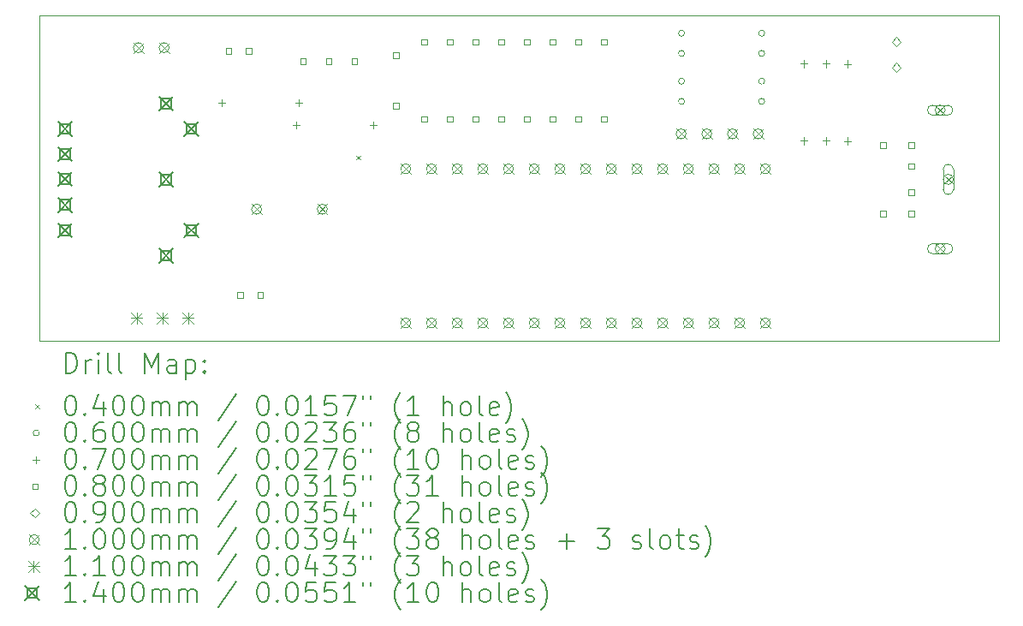
<source format=gbr>
%TF.GenerationSoftware,KiCad,Pcbnew,8.0.1*%
%TF.CreationDate,2024-05-12T20:31:25+01:00*%
%TF.ProjectId,TIMPS2Key,54494d50-5332-44b6-9579-2e6b69636164,rev?*%
%TF.SameCoordinates,Original*%
%TF.FileFunction,Drillmap*%
%TF.FilePolarity,Positive*%
%FSLAX45Y45*%
G04 Gerber Fmt 4.5, Leading zero omitted, Abs format (unit mm)*
G04 Created by KiCad (PCBNEW 8.0.1) date 2024-05-12 20:31:25*
%MOMM*%
%LPD*%
G01*
G04 APERTURE LIST*
%ADD10C,0.100000*%
%ADD11C,0.200000*%
%ADD12C,0.110000*%
%ADD13C,0.140000*%
G04 APERTURE END LIST*
D10*
X8070000Y-4675000D02*
X17554000Y-4675000D01*
X17554000Y-7893000D01*
X8070000Y-7893000D01*
X8070000Y-4675000D01*
D11*
D10*
X11200000Y-6060000D02*
X11240000Y-6100000D01*
X11240000Y-6060000D02*
X11200000Y-6100000D01*
X14447000Y-4850000D02*
G75*
G02*
X14387000Y-4850000I-30000J0D01*
G01*
X14387000Y-4850000D02*
G75*
G02*
X14447000Y-4850000I30000J0D01*
G01*
X14447000Y-5050000D02*
G75*
G02*
X14387000Y-5050000I-30000J0D01*
G01*
X14387000Y-5050000D02*
G75*
G02*
X14447000Y-5050000I30000J0D01*
G01*
X14447000Y-5324000D02*
G75*
G02*
X14387000Y-5324000I-30000J0D01*
G01*
X14387000Y-5324000D02*
G75*
G02*
X14447000Y-5324000I30000J0D01*
G01*
X14447000Y-5524000D02*
G75*
G02*
X14387000Y-5524000I-30000J0D01*
G01*
X14387000Y-5524000D02*
G75*
G02*
X14447000Y-5524000I30000J0D01*
G01*
X15240000Y-4850000D02*
G75*
G02*
X15180000Y-4850000I-30000J0D01*
G01*
X15180000Y-4850000D02*
G75*
G02*
X15240000Y-4850000I30000J0D01*
G01*
X15240000Y-5050000D02*
G75*
G02*
X15180000Y-5050000I-30000J0D01*
G01*
X15180000Y-5050000D02*
G75*
G02*
X15240000Y-5050000I30000J0D01*
G01*
X15240000Y-5324000D02*
G75*
G02*
X15180000Y-5324000I-30000J0D01*
G01*
X15180000Y-5324000D02*
G75*
G02*
X15240000Y-5324000I30000J0D01*
G01*
X15240000Y-5524000D02*
G75*
G02*
X15180000Y-5524000I-30000J0D01*
G01*
X15180000Y-5524000D02*
G75*
G02*
X15240000Y-5524000I30000J0D01*
G01*
X9868000Y-5500000D02*
X9868000Y-5570000D01*
X9833000Y-5535000D02*
X9903000Y-5535000D01*
X10609000Y-5720000D02*
X10609000Y-5790000D01*
X10574000Y-5755000D02*
X10644000Y-5755000D01*
X10630000Y-5500000D02*
X10630000Y-5570000D01*
X10595000Y-5535000D02*
X10665000Y-5535000D01*
X11371000Y-5720000D02*
X11371000Y-5790000D01*
X11336000Y-5755000D02*
X11406000Y-5755000D01*
X15630000Y-5117000D02*
X15630000Y-5187000D01*
X15595000Y-5152000D02*
X15665000Y-5152000D01*
X15630000Y-5879000D02*
X15630000Y-5949000D01*
X15595000Y-5914000D02*
X15665000Y-5914000D01*
X15845000Y-5117000D02*
X15845000Y-5187000D01*
X15810000Y-5152000D02*
X15880000Y-5152000D01*
X15845000Y-5879000D02*
X15845000Y-5949000D01*
X15810000Y-5914000D02*
X15880000Y-5914000D01*
X16060000Y-5118000D02*
X16060000Y-5188000D01*
X16025000Y-5153000D02*
X16095000Y-5153000D01*
X16060000Y-5880000D02*
X16060000Y-5950000D01*
X16025000Y-5915000D02*
X16095000Y-5915000D01*
X9965285Y-5054285D02*
X9965285Y-4997716D01*
X9908716Y-4997716D01*
X9908716Y-5054285D01*
X9965285Y-5054285D01*
X10078285Y-7468284D02*
X10078285Y-7411715D01*
X10021716Y-7411715D01*
X10021716Y-7468284D01*
X10078285Y-7468284D01*
X10165285Y-5054285D02*
X10165285Y-4997716D01*
X10108716Y-4997716D01*
X10108716Y-5054285D01*
X10165285Y-5054285D01*
X10278285Y-7468284D02*
X10278285Y-7411715D01*
X10221716Y-7411715D01*
X10221716Y-7468284D01*
X10278285Y-7468284D01*
X10703285Y-5153285D02*
X10703285Y-5096716D01*
X10646716Y-5096716D01*
X10646716Y-5153285D01*
X10703285Y-5153285D01*
X10957285Y-5153285D02*
X10957285Y-5096716D01*
X10900716Y-5096716D01*
X10900716Y-5153285D01*
X10957285Y-5153285D01*
X11211284Y-5153285D02*
X11211284Y-5096716D01*
X11154716Y-5096716D01*
X11154716Y-5153285D01*
X11211284Y-5153285D01*
X11618284Y-5094285D02*
X11618284Y-5037716D01*
X11561715Y-5037716D01*
X11561715Y-5094285D01*
X11618284Y-5094285D01*
X11618284Y-5594284D02*
X11618284Y-5537716D01*
X11561715Y-5537716D01*
X11561715Y-5594284D01*
X11618284Y-5594284D01*
X11902284Y-4964285D02*
X11902284Y-4907716D01*
X11845715Y-4907716D01*
X11845715Y-4964285D01*
X11902284Y-4964285D01*
X11902284Y-5726284D02*
X11902284Y-5669715D01*
X11845715Y-5669715D01*
X11845715Y-5726284D01*
X11902284Y-5726284D01*
X12156284Y-4964285D02*
X12156284Y-4907716D01*
X12099715Y-4907716D01*
X12099715Y-4964285D01*
X12156284Y-4964285D01*
X12156284Y-5726284D02*
X12156284Y-5669715D01*
X12099715Y-5669715D01*
X12099715Y-5726284D01*
X12156284Y-5726284D01*
X12410284Y-4964285D02*
X12410284Y-4907716D01*
X12353715Y-4907716D01*
X12353715Y-4964285D01*
X12410284Y-4964285D01*
X12410284Y-5726284D02*
X12410284Y-5669715D01*
X12353715Y-5669715D01*
X12353715Y-5726284D01*
X12410284Y-5726284D01*
X12664284Y-4964285D02*
X12664284Y-4907716D01*
X12607715Y-4907716D01*
X12607715Y-4964285D01*
X12664284Y-4964285D01*
X12664284Y-5726284D02*
X12664284Y-5669715D01*
X12607715Y-5669715D01*
X12607715Y-5726284D01*
X12664284Y-5726284D01*
X12918284Y-4964285D02*
X12918284Y-4907716D01*
X12861715Y-4907716D01*
X12861715Y-4964285D01*
X12918284Y-4964285D01*
X12918284Y-5726284D02*
X12918284Y-5669715D01*
X12861715Y-5669715D01*
X12861715Y-5726284D01*
X12918284Y-5726284D01*
X13172284Y-4964285D02*
X13172284Y-4907716D01*
X13115715Y-4907716D01*
X13115715Y-4964285D01*
X13172284Y-4964285D01*
X13172284Y-5726284D02*
X13172284Y-5669715D01*
X13115715Y-5669715D01*
X13115715Y-5726284D01*
X13172284Y-5726284D01*
X13426284Y-4964285D02*
X13426284Y-4907716D01*
X13369715Y-4907716D01*
X13369715Y-4964285D01*
X13426284Y-4964285D01*
X13426284Y-5726284D02*
X13426284Y-5669715D01*
X13369715Y-5669715D01*
X13369715Y-5726284D01*
X13426284Y-5726284D01*
X13680284Y-4964285D02*
X13680284Y-4907716D01*
X13623715Y-4907716D01*
X13623715Y-4964285D01*
X13680284Y-4964285D01*
X13680284Y-5726284D02*
X13680284Y-5669715D01*
X13623715Y-5669715D01*
X13623715Y-5726284D01*
X13680284Y-5726284D01*
X16438284Y-5983784D02*
X16438284Y-5927215D01*
X16381715Y-5927215D01*
X16381715Y-5983784D01*
X16438284Y-5983784D01*
X16438284Y-6663784D02*
X16438284Y-6607215D01*
X16381715Y-6607215D01*
X16381715Y-6663784D01*
X16438284Y-6663784D01*
X16718284Y-5983784D02*
X16718284Y-5927215D01*
X16661715Y-5927215D01*
X16661715Y-5983784D01*
X16718284Y-5983784D01*
X16718284Y-6193784D02*
X16718284Y-6137215D01*
X16661715Y-6137215D01*
X16661715Y-6193784D01*
X16718284Y-6193784D01*
X16718284Y-6453784D02*
X16718284Y-6397215D01*
X16661715Y-6397215D01*
X16661715Y-6453784D01*
X16718284Y-6453784D01*
X16718284Y-6663784D02*
X16718284Y-6607215D01*
X16661715Y-6607215D01*
X16661715Y-6663784D01*
X16718284Y-6663784D01*
X16540000Y-4979000D02*
X16585000Y-4934000D01*
X16540000Y-4889000D01*
X16495000Y-4934000D01*
X16540000Y-4979000D01*
X16540000Y-5233000D02*
X16585000Y-5188000D01*
X16540000Y-5143000D01*
X16495000Y-5188000D01*
X16540000Y-5233000D01*
X8996000Y-4943000D02*
X9096000Y-5043000D01*
X9096000Y-4943000D02*
X8996000Y-5043000D01*
X9096000Y-4993000D02*
G75*
G02*
X8996000Y-4993000I-50000J0D01*
G01*
X8996000Y-4993000D02*
G75*
G02*
X9096000Y-4993000I50000J0D01*
G01*
X9250000Y-4943000D02*
X9350000Y-5043000D01*
X9350000Y-4943000D02*
X9250000Y-5043000D01*
X9350000Y-4993000D02*
G75*
G02*
X9250000Y-4993000I-50000J0D01*
G01*
X9250000Y-4993000D02*
G75*
G02*
X9350000Y-4993000I50000J0D01*
G01*
X10165000Y-6540000D02*
X10265000Y-6640000D01*
X10265000Y-6540000D02*
X10165000Y-6640000D01*
X10265000Y-6590000D02*
G75*
G02*
X10165000Y-6590000I-50000J0D01*
G01*
X10165000Y-6590000D02*
G75*
G02*
X10265000Y-6590000I50000J0D01*
G01*
X10815000Y-6540000D02*
X10915000Y-6640000D01*
X10915000Y-6540000D02*
X10815000Y-6640000D01*
X10915000Y-6590000D02*
G75*
G02*
X10815000Y-6590000I-50000J0D01*
G01*
X10815000Y-6590000D02*
G75*
G02*
X10915000Y-6590000I50000J0D01*
G01*
X11640000Y-6142000D02*
X11740000Y-6242000D01*
X11740000Y-6142000D02*
X11640000Y-6242000D01*
X11740000Y-6192000D02*
G75*
G02*
X11640000Y-6192000I-50000J0D01*
G01*
X11640000Y-6192000D02*
G75*
G02*
X11740000Y-6192000I50000J0D01*
G01*
X11640000Y-7666000D02*
X11740000Y-7766000D01*
X11740000Y-7666000D02*
X11640000Y-7766000D01*
X11740000Y-7716000D02*
G75*
G02*
X11640000Y-7716000I-50000J0D01*
G01*
X11640000Y-7716000D02*
G75*
G02*
X11740000Y-7716000I50000J0D01*
G01*
X11894000Y-6142000D02*
X11994000Y-6242000D01*
X11994000Y-6142000D02*
X11894000Y-6242000D01*
X11994000Y-6192000D02*
G75*
G02*
X11894000Y-6192000I-50000J0D01*
G01*
X11894000Y-6192000D02*
G75*
G02*
X11994000Y-6192000I50000J0D01*
G01*
X11894000Y-7666000D02*
X11994000Y-7766000D01*
X11994000Y-7666000D02*
X11894000Y-7766000D01*
X11994000Y-7716000D02*
G75*
G02*
X11894000Y-7716000I-50000J0D01*
G01*
X11894000Y-7716000D02*
G75*
G02*
X11994000Y-7716000I50000J0D01*
G01*
X12148000Y-6142000D02*
X12248000Y-6242000D01*
X12248000Y-6142000D02*
X12148000Y-6242000D01*
X12248000Y-6192000D02*
G75*
G02*
X12148000Y-6192000I-50000J0D01*
G01*
X12148000Y-6192000D02*
G75*
G02*
X12248000Y-6192000I50000J0D01*
G01*
X12148000Y-7666000D02*
X12248000Y-7766000D01*
X12248000Y-7666000D02*
X12148000Y-7766000D01*
X12248000Y-7716000D02*
G75*
G02*
X12148000Y-7716000I-50000J0D01*
G01*
X12148000Y-7716000D02*
G75*
G02*
X12248000Y-7716000I50000J0D01*
G01*
X12402000Y-6142000D02*
X12502000Y-6242000D01*
X12502000Y-6142000D02*
X12402000Y-6242000D01*
X12502000Y-6192000D02*
G75*
G02*
X12402000Y-6192000I-50000J0D01*
G01*
X12402000Y-6192000D02*
G75*
G02*
X12502000Y-6192000I50000J0D01*
G01*
X12402000Y-7666000D02*
X12502000Y-7766000D01*
X12502000Y-7666000D02*
X12402000Y-7766000D01*
X12502000Y-7716000D02*
G75*
G02*
X12402000Y-7716000I-50000J0D01*
G01*
X12402000Y-7716000D02*
G75*
G02*
X12502000Y-7716000I50000J0D01*
G01*
X12656000Y-6142000D02*
X12756000Y-6242000D01*
X12756000Y-6142000D02*
X12656000Y-6242000D01*
X12756000Y-6192000D02*
G75*
G02*
X12656000Y-6192000I-50000J0D01*
G01*
X12656000Y-6192000D02*
G75*
G02*
X12756000Y-6192000I50000J0D01*
G01*
X12656000Y-7666000D02*
X12756000Y-7766000D01*
X12756000Y-7666000D02*
X12656000Y-7766000D01*
X12756000Y-7716000D02*
G75*
G02*
X12656000Y-7716000I-50000J0D01*
G01*
X12656000Y-7716000D02*
G75*
G02*
X12756000Y-7716000I50000J0D01*
G01*
X12910000Y-6142000D02*
X13010000Y-6242000D01*
X13010000Y-6142000D02*
X12910000Y-6242000D01*
X13010000Y-6192000D02*
G75*
G02*
X12910000Y-6192000I-50000J0D01*
G01*
X12910000Y-6192000D02*
G75*
G02*
X13010000Y-6192000I50000J0D01*
G01*
X12910000Y-7666000D02*
X13010000Y-7766000D01*
X13010000Y-7666000D02*
X12910000Y-7766000D01*
X13010000Y-7716000D02*
G75*
G02*
X12910000Y-7716000I-50000J0D01*
G01*
X12910000Y-7716000D02*
G75*
G02*
X13010000Y-7716000I50000J0D01*
G01*
X13164000Y-6142000D02*
X13264000Y-6242000D01*
X13264000Y-6142000D02*
X13164000Y-6242000D01*
X13264000Y-6192000D02*
G75*
G02*
X13164000Y-6192000I-50000J0D01*
G01*
X13164000Y-6192000D02*
G75*
G02*
X13264000Y-6192000I50000J0D01*
G01*
X13164000Y-7666000D02*
X13264000Y-7766000D01*
X13264000Y-7666000D02*
X13164000Y-7766000D01*
X13264000Y-7716000D02*
G75*
G02*
X13164000Y-7716000I-50000J0D01*
G01*
X13164000Y-7716000D02*
G75*
G02*
X13264000Y-7716000I50000J0D01*
G01*
X13418000Y-6142000D02*
X13518000Y-6242000D01*
X13518000Y-6142000D02*
X13418000Y-6242000D01*
X13518000Y-6192000D02*
G75*
G02*
X13418000Y-6192000I-50000J0D01*
G01*
X13418000Y-6192000D02*
G75*
G02*
X13518000Y-6192000I50000J0D01*
G01*
X13418000Y-7666000D02*
X13518000Y-7766000D01*
X13518000Y-7666000D02*
X13418000Y-7766000D01*
X13518000Y-7716000D02*
G75*
G02*
X13418000Y-7716000I-50000J0D01*
G01*
X13418000Y-7716000D02*
G75*
G02*
X13518000Y-7716000I50000J0D01*
G01*
X13672000Y-6142000D02*
X13772000Y-6242000D01*
X13772000Y-6142000D02*
X13672000Y-6242000D01*
X13772000Y-6192000D02*
G75*
G02*
X13672000Y-6192000I-50000J0D01*
G01*
X13672000Y-6192000D02*
G75*
G02*
X13772000Y-6192000I50000J0D01*
G01*
X13672000Y-7666000D02*
X13772000Y-7766000D01*
X13772000Y-7666000D02*
X13672000Y-7766000D01*
X13772000Y-7716000D02*
G75*
G02*
X13672000Y-7716000I-50000J0D01*
G01*
X13672000Y-7716000D02*
G75*
G02*
X13772000Y-7716000I50000J0D01*
G01*
X13926000Y-6142000D02*
X14026000Y-6242000D01*
X14026000Y-6142000D02*
X13926000Y-6242000D01*
X14026000Y-6192000D02*
G75*
G02*
X13926000Y-6192000I-50000J0D01*
G01*
X13926000Y-6192000D02*
G75*
G02*
X14026000Y-6192000I50000J0D01*
G01*
X13926000Y-7666000D02*
X14026000Y-7766000D01*
X14026000Y-7666000D02*
X13926000Y-7766000D01*
X14026000Y-7716000D02*
G75*
G02*
X13926000Y-7716000I-50000J0D01*
G01*
X13926000Y-7716000D02*
G75*
G02*
X14026000Y-7716000I50000J0D01*
G01*
X14180000Y-6142000D02*
X14280000Y-6242000D01*
X14280000Y-6142000D02*
X14180000Y-6242000D01*
X14280000Y-6192000D02*
G75*
G02*
X14180000Y-6192000I-50000J0D01*
G01*
X14180000Y-6192000D02*
G75*
G02*
X14280000Y-6192000I50000J0D01*
G01*
X14180000Y-7666000D02*
X14280000Y-7766000D01*
X14280000Y-7666000D02*
X14180000Y-7766000D01*
X14280000Y-7716000D02*
G75*
G02*
X14180000Y-7716000I-50000J0D01*
G01*
X14180000Y-7716000D02*
G75*
G02*
X14280000Y-7716000I50000J0D01*
G01*
X14363000Y-5795000D02*
X14463000Y-5895000D01*
X14463000Y-5795000D02*
X14363000Y-5895000D01*
X14463000Y-5845000D02*
G75*
G02*
X14363000Y-5845000I-50000J0D01*
G01*
X14363000Y-5845000D02*
G75*
G02*
X14463000Y-5845000I50000J0D01*
G01*
X14434000Y-6142000D02*
X14534000Y-6242000D01*
X14534000Y-6142000D02*
X14434000Y-6242000D01*
X14534000Y-6192000D02*
G75*
G02*
X14434000Y-6192000I-50000J0D01*
G01*
X14434000Y-6192000D02*
G75*
G02*
X14534000Y-6192000I50000J0D01*
G01*
X14434000Y-7666000D02*
X14534000Y-7766000D01*
X14534000Y-7666000D02*
X14434000Y-7766000D01*
X14534000Y-7716000D02*
G75*
G02*
X14434000Y-7716000I-50000J0D01*
G01*
X14434000Y-7716000D02*
G75*
G02*
X14534000Y-7716000I50000J0D01*
G01*
X14617000Y-5795000D02*
X14717000Y-5895000D01*
X14717000Y-5795000D02*
X14617000Y-5895000D01*
X14717000Y-5845000D02*
G75*
G02*
X14617000Y-5845000I-50000J0D01*
G01*
X14617000Y-5845000D02*
G75*
G02*
X14717000Y-5845000I50000J0D01*
G01*
X14688000Y-6142000D02*
X14788000Y-6242000D01*
X14788000Y-6142000D02*
X14688000Y-6242000D01*
X14788000Y-6192000D02*
G75*
G02*
X14688000Y-6192000I-50000J0D01*
G01*
X14688000Y-6192000D02*
G75*
G02*
X14788000Y-6192000I50000J0D01*
G01*
X14688000Y-7666000D02*
X14788000Y-7766000D01*
X14788000Y-7666000D02*
X14688000Y-7766000D01*
X14788000Y-7716000D02*
G75*
G02*
X14688000Y-7716000I-50000J0D01*
G01*
X14688000Y-7716000D02*
G75*
G02*
X14788000Y-7716000I50000J0D01*
G01*
X14871000Y-5795000D02*
X14971000Y-5895000D01*
X14971000Y-5795000D02*
X14871000Y-5895000D01*
X14971000Y-5845000D02*
G75*
G02*
X14871000Y-5845000I-50000J0D01*
G01*
X14871000Y-5845000D02*
G75*
G02*
X14971000Y-5845000I50000J0D01*
G01*
X14942000Y-6142000D02*
X15042000Y-6242000D01*
X15042000Y-6142000D02*
X14942000Y-6242000D01*
X15042000Y-6192000D02*
G75*
G02*
X14942000Y-6192000I-50000J0D01*
G01*
X14942000Y-6192000D02*
G75*
G02*
X15042000Y-6192000I50000J0D01*
G01*
X14942000Y-7666000D02*
X15042000Y-7766000D01*
X15042000Y-7666000D02*
X14942000Y-7766000D01*
X15042000Y-7716000D02*
G75*
G02*
X14942000Y-7716000I-50000J0D01*
G01*
X14942000Y-7716000D02*
G75*
G02*
X15042000Y-7716000I50000J0D01*
G01*
X15125000Y-5795000D02*
X15225000Y-5895000D01*
X15225000Y-5795000D02*
X15125000Y-5895000D01*
X15225000Y-5845000D02*
G75*
G02*
X15125000Y-5845000I-50000J0D01*
G01*
X15125000Y-5845000D02*
G75*
G02*
X15225000Y-5845000I50000J0D01*
G01*
X15196000Y-6142000D02*
X15296000Y-6242000D01*
X15296000Y-6142000D02*
X15196000Y-6242000D01*
X15296000Y-6192000D02*
G75*
G02*
X15196000Y-6192000I-50000J0D01*
G01*
X15196000Y-6192000D02*
G75*
G02*
X15296000Y-6192000I50000J0D01*
G01*
X15196000Y-7666000D02*
X15296000Y-7766000D01*
X15296000Y-7666000D02*
X15196000Y-7766000D01*
X15296000Y-7716000D02*
G75*
G02*
X15196000Y-7716000I-50000J0D01*
G01*
X15196000Y-7716000D02*
G75*
G02*
X15296000Y-7716000I50000J0D01*
G01*
X16925000Y-5560500D02*
X17025000Y-5660500D01*
X17025000Y-5560500D02*
X16925000Y-5660500D01*
X17025000Y-5610500D02*
G75*
G02*
X16925000Y-5610500I-50000J0D01*
G01*
X16925000Y-5610500D02*
G75*
G02*
X17025000Y-5610500I50000J0D01*
G01*
X16900000Y-5660500D02*
X17050000Y-5660500D01*
X17050000Y-5560500D02*
G75*
G02*
X17050000Y-5660500I0J-50000D01*
G01*
X17050000Y-5560500D02*
X16900000Y-5560500D01*
X16900000Y-5560500D02*
G75*
G03*
X16900000Y-5660500I0J-50000D01*
G01*
X16925000Y-6930500D02*
X17025000Y-7030500D01*
X17025000Y-6930500D02*
X16925000Y-7030500D01*
X17025000Y-6980500D02*
G75*
G02*
X16925000Y-6980500I-50000J0D01*
G01*
X16925000Y-6980500D02*
G75*
G02*
X17025000Y-6980500I50000J0D01*
G01*
X16900000Y-7030500D02*
X17050000Y-7030500D01*
X17050000Y-6930500D02*
G75*
G02*
X17050000Y-7030500I0J-50000D01*
G01*
X17050000Y-6930500D02*
X16900000Y-6930500D01*
X16900000Y-6930500D02*
G75*
G03*
X16900000Y-7030500I0J-50000D01*
G01*
X17005000Y-6245500D02*
X17105000Y-6345500D01*
X17105000Y-6245500D02*
X17005000Y-6345500D01*
X17105000Y-6295500D02*
G75*
G02*
X17005000Y-6295500I-50000J0D01*
G01*
X17005000Y-6295500D02*
G75*
G02*
X17105000Y-6295500I50000J0D01*
G01*
X17105000Y-6395500D02*
X17105000Y-6195500D01*
X17005000Y-6195500D02*
G75*
G02*
X17105000Y-6195500I50000J0D01*
G01*
X17005000Y-6195500D02*
X17005000Y-6395500D01*
X17005000Y-6395500D02*
G75*
G03*
X17105000Y-6395500I50000J0D01*
G01*
D12*
X8973000Y-7610000D02*
X9083000Y-7720000D01*
X9083000Y-7610000D02*
X8973000Y-7720000D01*
X9028000Y-7610000D02*
X9028000Y-7720000D01*
X8973000Y-7665000D02*
X9083000Y-7665000D01*
X9227000Y-7610000D02*
X9337000Y-7720000D01*
X9337000Y-7610000D02*
X9227000Y-7720000D01*
X9282000Y-7610000D02*
X9282000Y-7720000D01*
X9227000Y-7665000D02*
X9337000Y-7665000D01*
X9481000Y-7610000D02*
X9591000Y-7720000D01*
X9591000Y-7610000D02*
X9481000Y-7720000D01*
X9536000Y-7610000D02*
X9536000Y-7720000D01*
X9481000Y-7665000D02*
X9591000Y-7665000D01*
D13*
X8249320Y-5727000D02*
X8389320Y-5867000D01*
X8389320Y-5727000D02*
X8249320Y-5867000D01*
X8368818Y-5846498D02*
X8368818Y-5747502D01*
X8269822Y-5747502D01*
X8269822Y-5846498D01*
X8368818Y-5846498D01*
X8249320Y-5977500D02*
X8389320Y-6117500D01*
X8389320Y-5977500D02*
X8249320Y-6117500D01*
X8368818Y-6096998D02*
X8368818Y-5998002D01*
X8269822Y-5998002D01*
X8269822Y-6096998D01*
X8368818Y-6096998D01*
X8249320Y-6222420D02*
X8389320Y-6362420D01*
X8389320Y-6222420D02*
X8249320Y-6362420D01*
X8368818Y-6341918D02*
X8368818Y-6242922D01*
X8269822Y-6242922D01*
X8269822Y-6341918D01*
X8368818Y-6341918D01*
X8249320Y-6477500D02*
X8389320Y-6617500D01*
X8389320Y-6477500D02*
X8249320Y-6617500D01*
X8368818Y-6596998D02*
X8368818Y-6498002D01*
X8269822Y-6498002D01*
X8269822Y-6596998D01*
X8368818Y-6596998D01*
X8249320Y-6728000D02*
X8389320Y-6868000D01*
X8389320Y-6728000D02*
X8249320Y-6868000D01*
X8368818Y-6847498D02*
X8368818Y-6748502D01*
X8269822Y-6748502D01*
X8269822Y-6847498D01*
X8368818Y-6847498D01*
X9250000Y-5477000D02*
X9390000Y-5617000D01*
X9390000Y-5477000D02*
X9250000Y-5617000D01*
X9369498Y-5596498D02*
X9369498Y-5497502D01*
X9270502Y-5497502D01*
X9270502Y-5596498D01*
X9369498Y-5596498D01*
X9250000Y-6227500D02*
X9390000Y-6367500D01*
X9390000Y-6227500D02*
X9250000Y-6367500D01*
X9369498Y-6346998D02*
X9369498Y-6248002D01*
X9270502Y-6248002D01*
X9270502Y-6346998D01*
X9369498Y-6346998D01*
X9250000Y-6978000D02*
X9390000Y-7118000D01*
X9390000Y-6978000D02*
X9250000Y-7118000D01*
X9369498Y-7097498D02*
X9369498Y-6998502D01*
X9270502Y-6998502D01*
X9270502Y-7097498D01*
X9369498Y-7097498D01*
X9499000Y-5727000D02*
X9639000Y-5867000D01*
X9639000Y-5727000D02*
X9499000Y-5867000D01*
X9618498Y-5846498D02*
X9618498Y-5747502D01*
X9519502Y-5747502D01*
X9519502Y-5846498D01*
X9618498Y-5846498D01*
X9499000Y-6728000D02*
X9639000Y-6868000D01*
X9639000Y-6728000D02*
X9499000Y-6868000D01*
X9618498Y-6847498D02*
X9618498Y-6748502D01*
X9519502Y-6748502D01*
X9519502Y-6847498D01*
X9618498Y-6847498D01*
D11*
X8325777Y-8209484D02*
X8325777Y-8009484D01*
X8325777Y-8009484D02*
X8373396Y-8009484D01*
X8373396Y-8009484D02*
X8401967Y-8019008D01*
X8401967Y-8019008D02*
X8421015Y-8038055D01*
X8421015Y-8038055D02*
X8430539Y-8057103D01*
X8430539Y-8057103D02*
X8440063Y-8095198D01*
X8440063Y-8095198D02*
X8440063Y-8123769D01*
X8440063Y-8123769D02*
X8430539Y-8161865D01*
X8430539Y-8161865D02*
X8421015Y-8180912D01*
X8421015Y-8180912D02*
X8401967Y-8199960D01*
X8401967Y-8199960D02*
X8373396Y-8209484D01*
X8373396Y-8209484D02*
X8325777Y-8209484D01*
X8525777Y-8209484D02*
X8525777Y-8076150D01*
X8525777Y-8114246D02*
X8535301Y-8095198D01*
X8535301Y-8095198D02*
X8544824Y-8085674D01*
X8544824Y-8085674D02*
X8563872Y-8076150D01*
X8563872Y-8076150D02*
X8582920Y-8076150D01*
X8649586Y-8209484D02*
X8649586Y-8076150D01*
X8649586Y-8009484D02*
X8640063Y-8019008D01*
X8640063Y-8019008D02*
X8649586Y-8028531D01*
X8649586Y-8028531D02*
X8659110Y-8019008D01*
X8659110Y-8019008D02*
X8649586Y-8009484D01*
X8649586Y-8009484D02*
X8649586Y-8028531D01*
X8773396Y-8209484D02*
X8754348Y-8199960D01*
X8754348Y-8199960D02*
X8744824Y-8180912D01*
X8744824Y-8180912D02*
X8744824Y-8009484D01*
X8878158Y-8209484D02*
X8859110Y-8199960D01*
X8859110Y-8199960D02*
X8849586Y-8180912D01*
X8849586Y-8180912D02*
X8849586Y-8009484D01*
X9106729Y-8209484D02*
X9106729Y-8009484D01*
X9106729Y-8009484D02*
X9173396Y-8152341D01*
X9173396Y-8152341D02*
X9240063Y-8009484D01*
X9240063Y-8009484D02*
X9240063Y-8209484D01*
X9421015Y-8209484D02*
X9421015Y-8104722D01*
X9421015Y-8104722D02*
X9411491Y-8085674D01*
X9411491Y-8085674D02*
X9392444Y-8076150D01*
X9392444Y-8076150D02*
X9354348Y-8076150D01*
X9354348Y-8076150D02*
X9335301Y-8085674D01*
X9421015Y-8199960D02*
X9401967Y-8209484D01*
X9401967Y-8209484D02*
X9354348Y-8209484D01*
X9354348Y-8209484D02*
X9335301Y-8199960D01*
X9335301Y-8199960D02*
X9325777Y-8180912D01*
X9325777Y-8180912D02*
X9325777Y-8161865D01*
X9325777Y-8161865D02*
X9335301Y-8142817D01*
X9335301Y-8142817D02*
X9354348Y-8133293D01*
X9354348Y-8133293D02*
X9401967Y-8133293D01*
X9401967Y-8133293D02*
X9421015Y-8123769D01*
X9516253Y-8076150D02*
X9516253Y-8276150D01*
X9516253Y-8085674D02*
X9535301Y-8076150D01*
X9535301Y-8076150D02*
X9573396Y-8076150D01*
X9573396Y-8076150D02*
X9592444Y-8085674D01*
X9592444Y-8085674D02*
X9601967Y-8095198D01*
X9601967Y-8095198D02*
X9611491Y-8114246D01*
X9611491Y-8114246D02*
X9611491Y-8171388D01*
X9611491Y-8171388D02*
X9601967Y-8190436D01*
X9601967Y-8190436D02*
X9592444Y-8199960D01*
X9592444Y-8199960D02*
X9573396Y-8209484D01*
X9573396Y-8209484D02*
X9535301Y-8209484D01*
X9535301Y-8209484D02*
X9516253Y-8199960D01*
X9697205Y-8190436D02*
X9706729Y-8199960D01*
X9706729Y-8199960D02*
X9697205Y-8209484D01*
X9697205Y-8209484D02*
X9687682Y-8199960D01*
X9687682Y-8199960D02*
X9697205Y-8190436D01*
X9697205Y-8190436D02*
X9697205Y-8209484D01*
X9697205Y-8085674D02*
X9706729Y-8095198D01*
X9706729Y-8095198D02*
X9697205Y-8104722D01*
X9697205Y-8104722D02*
X9687682Y-8095198D01*
X9687682Y-8095198D02*
X9697205Y-8085674D01*
X9697205Y-8085674D02*
X9697205Y-8104722D01*
D10*
X8025000Y-8518000D02*
X8065000Y-8558000D01*
X8065000Y-8518000D02*
X8025000Y-8558000D01*
D11*
X8363872Y-8429484D02*
X8382920Y-8429484D01*
X8382920Y-8429484D02*
X8401967Y-8439008D01*
X8401967Y-8439008D02*
X8411491Y-8448531D01*
X8411491Y-8448531D02*
X8421015Y-8467579D01*
X8421015Y-8467579D02*
X8430539Y-8505674D01*
X8430539Y-8505674D02*
X8430539Y-8553293D01*
X8430539Y-8553293D02*
X8421015Y-8591389D01*
X8421015Y-8591389D02*
X8411491Y-8610436D01*
X8411491Y-8610436D02*
X8401967Y-8619960D01*
X8401967Y-8619960D02*
X8382920Y-8629484D01*
X8382920Y-8629484D02*
X8363872Y-8629484D01*
X8363872Y-8629484D02*
X8344824Y-8619960D01*
X8344824Y-8619960D02*
X8335301Y-8610436D01*
X8335301Y-8610436D02*
X8325777Y-8591389D01*
X8325777Y-8591389D02*
X8316253Y-8553293D01*
X8316253Y-8553293D02*
X8316253Y-8505674D01*
X8316253Y-8505674D02*
X8325777Y-8467579D01*
X8325777Y-8467579D02*
X8335301Y-8448531D01*
X8335301Y-8448531D02*
X8344824Y-8439008D01*
X8344824Y-8439008D02*
X8363872Y-8429484D01*
X8516253Y-8610436D02*
X8525777Y-8619960D01*
X8525777Y-8619960D02*
X8516253Y-8629484D01*
X8516253Y-8629484D02*
X8506729Y-8619960D01*
X8506729Y-8619960D02*
X8516253Y-8610436D01*
X8516253Y-8610436D02*
X8516253Y-8629484D01*
X8697205Y-8496150D02*
X8697205Y-8629484D01*
X8649586Y-8419960D02*
X8601967Y-8562817D01*
X8601967Y-8562817D02*
X8725777Y-8562817D01*
X8840063Y-8429484D02*
X8859110Y-8429484D01*
X8859110Y-8429484D02*
X8878158Y-8439008D01*
X8878158Y-8439008D02*
X8887682Y-8448531D01*
X8887682Y-8448531D02*
X8897205Y-8467579D01*
X8897205Y-8467579D02*
X8906729Y-8505674D01*
X8906729Y-8505674D02*
X8906729Y-8553293D01*
X8906729Y-8553293D02*
X8897205Y-8591389D01*
X8897205Y-8591389D02*
X8887682Y-8610436D01*
X8887682Y-8610436D02*
X8878158Y-8619960D01*
X8878158Y-8619960D02*
X8859110Y-8629484D01*
X8859110Y-8629484D02*
X8840063Y-8629484D01*
X8840063Y-8629484D02*
X8821015Y-8619960D01*
X8821015Y-8619960D02*
X8811491Y-8610436D01*
X8811491Y-8610436D02*
X8801967Y-8591389D01*
X8801967Y-8591389D02*
X8792444Y-8553293D01*
X8792444Y-8553293D02*
X8792444Y-8505674D01*
X8792444Y-8505674D02*
X8801967Y-8467579D01*
X8801967Y-8467579D02*
X8811491Y-8448531D01*
X8811491Y-8448531D02*
X8821015Y-8439008D01*
X8821015Y-8439008D02*
X8840063Y-8429484D01*
X9030539Y-8429484D02*
X9049586Y-8429484D01*
X9049586Y-8429484D02*
X9068634Y-8439008D01*
X9068634Y-8439008D02*
X9078158Y-8448531D01*
X9078158Y-8448531D02*
X9087682Y-8467579D01*
X9087682Y-8467579D02*
X9097205Y-8505674D01*
X9097205Y-8505674D02*
X9097205Y-8553293D01*
X9097205Y-8553293D02*
X9087682Y-8591389D01*
X9087682Y-8591389D02*
X9078158Y-8610436D01*
X9078158Y-8610436D02*
X9068634Y-8619960D01*
X9068634Y-8619960D02*
X9049586Y-8629484D01*
X9049586Y-8629484D02*
X9030539Y-8629484D01*
X9030539Y-8629484D02*
X9011491Y-8619960D01*
X9011491Y-8619960D02*
X9001967Y-8610436D01*
X9001967Y-8610436D02*
X8992444Y-8591389D01*
X8992444Y-8591389D02*
X8982920Y-8553293D01*
X8982920Y-8553293D02*
X8982920Y-8505674D01*
X8982920Y-8505674D02*
X8992444Y-8467579D01*
X8992444Y-8467579D02*
X9001967Y-8448531D01*
X9001967Y-8448531D02*
X9011491Y-8439008D01*
X9011491Y-8439008D02*
X9030539Y-8429484D01*
X9182920Y-8629484D02*
X9182920Y-8496150D01*
X9182920Y-8515198D02*
X9192444Y-8505674D01*
X9192444Y-8505674D02*
X9211491Y-8496150D01*
X9211491Y-8496150D02*
X9240063Y-8496150D01*
X9240063Y-8496150D02*
X9259110Y-8505674D01*
X9259110Y-8505674D02*
X9268634Y-8524722D01*
X9268634Y-8524722D02*
X9268634Y-8629484D01*
X9268634Y-8524722D02*
X9278158Y-8505674D01*
X9278158Y-8505674D02*
X9297205Y-8496150D01*
X9297205Y-8496150D02*
X9325777Y-8496150D01*
X9325777Y-8496150D02*
X9344825Y-8505674D01*
X9344825Y-8505674D02*
X9354348Y-8524722D01*
X9354348Y-8524722D02*
X9354348Y-8629484D01*
X9449586Y-8629484D02*
X9449586Y-8496150D01*
X9449586Y-8515198D02*
X9459110Y-8505674D01*
X9459110Y-8505674D02*
X9478158Y-8496150D01*
X9478158Y-8496150D02*
X9506729Y-8496150D01*
X9506729Y-8496150D02*
X9525777Y-8505674D01*
X9525777Y-8505674D02*
X9535301Y-8524722D01*
X9535301Y-8524722D02*
X9535301Y-8629484D01*
X9535301Y-8524722D02*
X9544825Y-8505674D01*
X9544825Y-8505674D02*
X9563872Y-8496150D01*
X9563872Y-8496150D02*
X9592444Y-8496150D01*
X9592444Y-8496150D02*
X9611491Y-8505674D01*
X9611491Y-8505674D02*
X9621015Y-8524722D01*
X9621015Y-8524722D02*
X9621015Y-8629484D01*
X10011491Y-8419960D02*
X9840063Y-8677103D01*
X10268634Y-8429484D02*
X10287682Y-8429484D01*
X10287682Y-8429484D02*
X10306729Y-8439008D01*
X10306729Y-8439008D02*
X10316253Y-8448531D01*
X10316253Y-8448531D02*
X10325777Y-8467579D01*
X10325777Y-8467579D02*
X10335301Y-8505674D01*
X10335301Y-8505674D02*
X10335301Y-8553293D01*
X10335301Y-8553293D02*
X10325777Y-8591389D01*
X10325777Y-8591389D02*
X10316253Y-8610436D01*
X10316253Y-8610436D02*
X10306729Y-8619960D01*
X10306729Y-8619960D02*
X10287682Y-8629484D01*
X10287682Y-8629484D02*
X10268634Y-8629484D01*
X10268634Y-8629484D02*
X10249587Y-8619960D01*
X10249587Y-8619960D02*
X10240063Y-8610436D01*
X10240063Y-8610436D02*
X10230539Y-8591389D01*
X10230539Y-8591389D02*
X10221015Y-8553293D01*
X10221015Y-8553293D02*
X10221015Y-8505674D01*
X10221015Y-8505674D02*
X10230539Y-8467579D01*
X10230539Y-8467579D02*
X10240063Y-8448531D01*
X10240063Y-8448531D02*
X10249587Y-8439008D01*
X10249587Y-8439008D02*
X10268634Y-8429484D01*
X10421015Y-8610436D02*
X10430539Y-8619960D01*
X10430539Y-8619960D02*
X10421015Y-8629484D01*
X10421015Y-8629484D02*
X10411491Y-8619960D01*
X10411491Y-8619960D02*
X10421015Y-8610436D01*
X10421015Y-8610436D02*
X10421015Y-8629484D01*
X10554348Y-8429484D02*
X10573396Y-8429484D01*
X10573396Y-8429484D02*
X10592444Y-8439008D01*
X10592444Y-8439008D02*
X10601968Y-8448531D01*
X10601968Y-8448531D02*
X10611491Y-8467579D01*
X10611491Y-8467579D02*
X10621015Y-8505674D01*
X10621015Y-8505674D02*
X10621015Y-8553293D01*
X10621015Y-8553293D02*
X10611491Y-8591389D01*
X10611491Y-8591389D02*
X10601968Y-8610436D01*
X10601968Y-8610436D02*
X10592444Y-8619960D01*
X10592444Y-8619960D02*
X10573396Y-8629484D01*
X10573396Y-8629484D02*
X10554348Y-8629484D01*
X10554348Y-8629484D02*
X10535301Y-8619960D01*
X10535301Y-8619960D02*
X10525777Y-8610436D01*
X10525777Y-8610436D02*
X10516253Y-8591389D01*
X10516253Y-8591389D02*
X10506729Y-8553293D01*
X10506729Y-8553293D02*
X10506729Y-8505674D01*
X10506729Y-8505674D02*
X10516253Y-8467579D01*
X10516253Y-8467579D02*
X10525777Y-8448531D01*
X10525777Y-8448531D02*
X10535301Y-8439008D01*
X10535301Y-8439008D02*
X10554348Y-8429484D01*
X10811491Y-8629484D02*
X10697206Y-8629484D01*
X10754348Y-8629484D02*
X10754348Y-8429484D01*
X10754348Y-8429484D02*
X10735301Y-8458055D01*
X10735301Y-8458055D02*
X10716253Y-8477103D01*
X10716253Y-8477103D02*
X10697206Y-8486627D01*
X10992444Y-8429484D02*
X10897206Y-8429484D01*
X10897206Y-8429484D02*
X10887682Y-8524722D01*
X10887682Y-8524722D02*
X10897206Y-8515198D01*
X10897206Y-8515198D02*
X10916253Y-8505674D01*
X10916253Y-8505674D02*
X10963872Y-8505674D01*
X10963872Y-8505674D02*
X10982920Y-8515198D01*
X10982920Y-8515198D02*
X10992444Y-8524722D01*
X10992444Y-8524722D02*
X11001968Y-8543770D01*
X11001968Y-8543770D02*
X11001968Y-8591389D01*
X11001968Y-8591389D02*
X10992444Y-8610436D01*
X10992444Y-8610436D02*
X10982920Y-8619960D01*
X10982920Y-8619960D02*
X10963872Y-8629484D01*
X10963872Y-8629484D02*
X10916253Y-8629484D01*
X10916253Y-8629484D02*
X10897206Y-8619960D01*
X10897206Y-8619960D02*
X10887682Y-8610436D01*
X11068634Y-8429484D02*
X11201967Y-8429484D01*
X11201967Y-8429484D02*
X11116253Y-8629484D01*
X11268634Y-8429484D02*
X11268634Y-8467579D01*
X11344825Y-8429484D02*
X11344825Y-8467579D01*
X11640063Y-8705674D02*
X11630539Y-8696150D01*
X11630539Y-8696150D02*
X11611491Y-8667579D01*
X11611491Y-8667579D02*
X11601968Y-8648531D01*
X11601968Y-8648531D02*
X11592444Y-8619960D01*
X11592444Y-8619960D02*
X11582920Y-8572341D01*
X11582920Y-8572341D02*
X11582920Y-8534246D01*
X11582920Y-8534246D02*
X11592444Y-8486627D01*
X11592444Y-8486627D02*
X11601968Y-8458055D01*
X11601968Y-8458055D02*
X11611491Y-8439008D01*
X11611491Y-8439008D02*
X11630539Y-8410436D01*
X11630539Y-8410436D02*
X11640063Y-8400912D01*
X11821015Y-8629484D02*
X11706729Y-8629484D01*
X11763872Y-8629484D02*
X11763872Y-8429484D01*
X11763872Y-8429484D02*
X11744825Y-8458055D01*
X11744825Y-8458055D02*
X11725777Y-8477103D01*
X11725777Y-8477103D02*
X11706729Y-8486627D01*
X12059110Y-8629484D02*
X12059110Y-8429484D01*
X12144825Y-8629484D02*
X12144825Y-8524722D01*
X12144825Y-8524722D02*
X12135301Y-8505674D01*
X12135301Y-8505674D02*
X12116253Y-8496150D01*
X12116253Y-8496150D02*
X12087682Y-8496150D01*
X12087682Y-8496150D02*
X12068634Y-8505674D01*
X12068634Y-8505674D02*
X12059110Y-8515198D01*
X12268634Y-8629484D02*
X12249587Y-8619960D01*
X12249587Y-8619960D02*
X12240063Y-8610436D01*
X12240063Y-8610436D02*
X12230539Y-8591389D01*
X12230539Y-8591389D02*
X12230539Y-8534246D01*
X12230539Y-8534246D02*
X12240063Y-8515198D01*
X12240063Y-8515198D02*
X12249587Y-8505674D01*
X12249587Y-8505674D02*
X12268634Y-8496150D01*
X12268634Y-8496150D02*
X12297206Y-8496150D01*
X12297206Y-8496150D02*
X12316253Y-8505674D01*
X12316253Y-8505674D02*
X12325777Y-8515198D01*
X12325777Y-8515198D02*
X12335301Y-8534246D01*
X12335301Y-8534246D02*
X12335301Y-8591389D01*
X12335301Y-8591389D02*
X12325777Y-8610436D01*
X12325777Y-8610436D02*
X12316253Y-8619960D01*
X12316253Y-8619960D02*
X12297206Y-8629484D01*
X12297206Y-8629484D02*
X12268634Y-8629484D01*
X12449587Y-8629484D02*
X12430539Y-8619960D01*
X12430539Y-8619960D02*
X12421015Y-8600912D01*
X12421015Y-8600912D02*
X12421015Y-8429484D01*
X12601968Y-8619960D02*
X12582920Y-8629484D01*
X12582920Y-8629484D02*
X12544825Y-8629484D01*
X12544825Y-8629484D02*
X12525777Y-8619960D01*
X12525777Y-8619960D02*
X12516253Y-8600912D01*
X12516253Y-8600912D02*
X12516253Y-8524722D01*
X12516253Y-8524722D02*
X12525777Y-8505674D01*
X12525777Y-8505674D02*
X12544825Y-8496150D01*
X12544825Y-8496150D02*
X12582920Y-8496150D01*
X12582920Y-8496150D02*
X12601968Y-8505674D01*
X12601968Y-8505674D02*
X12611491Y-8524722D01*
X12611491Y-8524722D02*
X12611491Y-8543770D01*
X12611491Y-8543770D02*
X12516253Y-8562817D01*
X12678158Y-8705674D02*
X12687682Y-8696150D01*
X12687682Y-8696150D02*
X12706730Y-8667579D01*
X12706730Y-8667579D02*
X12716253Y-8648531D01*
X12716253Y-8648531D02*
X12725777Y-8619960D01*
X12725777Y-8619960D02*
X12735301Y-8572341D01*
X12735301Y-8572341D02*
X12735301Y-8534246D01*
X12735301Y-8534246D02*
X12725777Y-8486627D01*
X12725777Y-8486627D02*
X12716253Y-8458055D01*
X12716253Y-8458055D02*
X12706730Y-8439008D01*
X12706730Y-8439008D02*
X12687682Y-8410436D01*
X12687682Y-8410436D02*
X12678158Y-8400912D01*
D10*
X8065000Y-8802000D02*
G75*
G02*
X8005000Y-8802000I-30000J0D01*
G01*
X8005000Y-8802000D02*
G75*
G02*
X8065000Y-8802000I30000J0D01*
G01*
D11*
X8363872Y-8693484D02*
X8382920Y-8693484D01*
X8382920Y-8693484D02*
X8401967Y-8703008D01*
X8401967Y-8703008D02*
X8411491Y-8712531D01*
X8411491Y-8712531D02*
X8421015Y-8731579D01*
X8421015Y-8731579D02*
X8430539Y-8769674D01*
X8430539Y-8769674D02*
X8430539Y-8817293D01*
X8430539Y-8817293D02*
X8421015Y-8855389D01*
X8421015Y-8855389D02*
X8411491Y-8874436D01*
X8411491Y-8874436D02*
X8401967Y-8883960D01*
X8401967Y-8883960D02*
X8382920Y-8893484D01*
X8382920Y-8893484D02*
X8363872Y-8893484D01*
X8363872Y-8893484D02*
X8344824Y-8883960D01*
X8344824Y-8883960D02*
X8335301Y-8874436D01*
X8335301Y-8874436D02*
X8325777Y-8855389D01*
X8325777Y-8855389D02*
X8316253Y-8817293D01*
X8316253Y-8817293D02*
X8316253Y-8769674D01*
X8316253Y-8769674D02*
X8325777Y-8731579D01*
X8325777Y-8731579D02*
X8335301Y-8712531D01*
X8335301Y-8712531D02*
X8344824Y-8703008D01*
X8344824Y-8703008D02*
X8363872Y-8693484D01*
X8516253Y-8874436D02*
X8525777Y-8883960D01*
X8525777Y-8883960D02*
X8516253Y-8893484D01*
X8516253Y-8893484D02*
X8506729Y-8883960D01*
X8506729Y-8883960D02*
X8516253Y-8874436D01*
X8516253Y-8874436D02*
X8516253Y-8893484D01*
X8697205Y-8693484D02*
X8659110Y-8693484D01*
X8659110Y-8693484D02*
X8640063Y-8703008D01*
X8640063Y-8703008D02*
X8630539Y-8712531D01*
X8630539Y-8712531D02*
X8611491Y-8741103D01*
X8611491Y-8741103D02*
X8601967Y-8779198D01*
X8601967Y-8779198D02*
X8601967Y-8855389D01*
X8601967Y-8855389D02*
X8611491Y-8874436D01*
X8611491Y-8874436D02*
X8621015Y-8883960D01*
X8621015Y-8883960D02*
X8640063Y-8893484D01*
X8640063Y-8893484D02*
X8678158Y-8893484D01*
X8678158Y-8893484D02*
X8697205Y-8883960D01*
X8697205Y-8883960D02*
X8706729Y-8874436D01*
X8706729Y-8874436D02*
X8716253Y-8855389D01*
X8716253Y-8855389D02*
X8716253Y-8807770D01*
X8716253Y-8807770D02*
X8706729Y-8788722D01*
X8706729Y-8788722D02*
X8697205Y-8779198D01*
X8697205Y-8779198D02*
X8678158Y-8769674D01*
X8678158Y-8769674D02*
X8640063Y-8769674D01*
X8640063Y-8769674D02*
X8621015Y-8779198D01*
X8621015Y-8779198D02*
X8611491Y-8788722D01*
X8611491Y-8788722D02*
X8601967Y-8807770D01*
X8840063Y-8693484D02*
X8859110Y-8693484D01*
X8859110Y-8693484D02*
X8878158Y-8703008D01*
X8878158Y-8703008D02*
X8887682Y-8712531D01*
X8887682Y-8712531D02*
X8897205Y-8731579D01*
X8897205Y-8731579D02*
X8906729Y-8769674D01*
X8906729Y-8769674D02*
X8906729Y-8817293D01*
X8906729Y-8817293D02*
X8897205Y-8855389D01*
X8897205Y-8855389D02*
X8887682Y-8874436D01*
X8887682Y-8874436D02*
X8878158Y-8883960D01*
X8878158Y-8883960D02*
X8859110Y-8893484D01*
X8859110Y-8893484D02*
X8840063Y-8893484D01*
X8840063Y-8893484D02*
X8821015Y-8883960D01*
X8821015Y-8883960D02*
X8811491Y-8874436D01*
X8811491Y-8874436D02*
X8801967Y-8855389D01*
X8801967Y-8855389D02*
X8792444Y-8817293D01*
X8792444Y-8817293D02*
X8792444Y-8769674D01*
X8792444Y-8769674D02*
X8801967Y-8731579D01*
X8801967Y-8731579D02*
X8811491Y-8712531D01*
X8811491Y-8712531D02*
X8821015Y-8703008D01*
X8821015Y-8703008D02*
X8840063Y-8693484D01*
X9030539Y-8693484D02*
X9049586Y-8693484D01*
X9049586Y-8693484D02*
X9068634Y-8703008D01*
X9068634Y-8703008D02*
X9078158Y-8712531D01*
X9078158Y-8712531D02*
X9087682Y-8731579D01*
X9087682Y-8731579D02*
X9097205Y-8769674D01*
X9097205Y-8769674D02*
X9097205Y-8817293D01*
X9097205Y-8817293D02*
X9087682Y-8855389D01*
X9087682Y-8855389D02*
X9078158Y-8874436D01*
X9078158Y-8874436D02*
X9068634Y-8883960D01*
X9068634Y-8883960D02*
X9049586Y-8893484D01*
X9049586Y-8893484D02*
X9030539Y-8893484D01*
X9030539Y-8893484D02*
X9011491Y-8883960D01*
X9011491Y-8883960D02*
X9001967Y-8874436D01*
X9001967Y-8874436D02*
X8992444Y-8855389D01*
X8992444Y-8855389D02*
X8982920Y-8817293D01*
X8982920Y-8817293D02*
X8982920Y-8769674D01*
X8982920Y-8769674D02*
X8992444Y-8731579D01*
X8992444Y-8731579D02*
X9001967Y-8712531D01*
X9001967Y-8712531D02*
X9011491Y-8703008D01*
X9011491Y-8703008D02*
X9030539Y-8693484D01*
X9182920Y-8893484D02*
X9182920Y-8760150D01*
X9182920Y-8779198D02*
X9192444Y-8769674D01*
X9192444Y-8769674D02*
X9211491Y-8760150D01*
X9211491Y-8760150D02*
X9240063Y-8760150D01*
X9240063Y-8760150D02*
X9259110Y-8769674D01*
X9259110Y-8769674D02*
X9268634Y-8788722D01*
X9268634Y-8788722D02*
X9268634Y-8893484D01*
X9268634Y-8788722D02*
X9278158Y-8769674D01*
X9278158Y-8769674D02*
X9297205Y-8760150D01*
X9297205Y-8760150D02*
X9325777Y-8760150D01*
X9325777Y-8760150D02*
X9344825Y-8769674D01*
X9344825Y-8769674D02*
X9354348Y-8788722D01*
X9354348Y-8788722D02*
X9354348Y-8893484D01*
X9449586Y-8893484D02*
X9449586Y-8760150D01*
X9449586Y-8779198D02*
X9459110Y-8769674D01*
X9459110Y-8769674D02*
X9478158Y-8760150D01*
X9478158Y-8760150D02*
X9506729Y-8760150D01*
X9506729Y-8760150D02*
X9525777Y-8769674D01*
X9525777Y-8769674D02*
X9535301Y-8788722D01*
X9535301Y-8788722D02*
X9535301Y-8893484D01*
X9535301Y-8788722D02*
X9544825Y-8769674D01*
X9544825Y-8769674D02*
X9563872Y-8760150D01*
X9563872Y-8760150D02*
X9592444Y-8760150D01*
X9592444Y-8760150D02*
X9611491Y-8769674D01*
X9611491Y-8769674D02*
X9621015Y-8788722D01*
X9621015Y-8788722D02*
X9621015Y-8893484D01*
X10011491Y-8683960D02*
X9840063Y-8941103D01*
X10268634Y-8693484D02*
X10287682Y-8693484D01*
X10287682Y-8693484D02*
X10306729Y-8703008D01*
X10306729Y-8703008D02*
X10316253Y-8712531D01*
X10316253Y-8712531D02*
X10325777Y-8731579D01*
X10325777Y-8731579D02*
X10335301Y-8769674D01*
X10335301Y-8769674D02*
X10335301Y-8817293D01*
X10335301Y-8817293D02*
X10325777Y-8855389D01*
X10325777Y-8855389D02*
X10316253Y-8874436D01*
X10316253Y-8874436D02*
X10306729Y-8883960D01*
X10306729Y-8883960D02*
X10287682Y-8893484D01*
X10287682Y-8893484D02*
X10268634Y-8893484D01*
X10268634Y-8893484D02*
X10249587Y-8883960D01*
X10249587Y-8883960D02*
X10240063Y-8874436D01*
X10240063Y-8874436D02*
X10230539Y-8855389D01*
X10230539Y-8855389D02*
X10221015Y-8817293D01*
X10221015Y-8817293D02*
X10221015Y-8769674D01*
X10221015Y-8769674D02*
X10230539Y-8731579D01*
X10230539Y-8731579D02*
X10240063Y-8712531D01*
X10240063Y-8712531D02*
X10249587Y-8703008D01*
X10249587Y-8703008D02*
X10268634Y-8693484D01*
X10421015Y-8874436D02*
X10430539Y-8883960D01*
X10430539Y-8883960D02*
X10421015Y-8893484D01*
X10421015Y-8893484D02*
X10411491Y-8883960D01*
X10411491Y-8883960D02*
X10421015Y-8874436D01*
X10421015Y-8874436D02*
X10421015Y-8893484D01*
X10554348Y-8693484D02*
X10573396Y-8693484D01*
X10573396Y-8693484D02*
X10592444Y-8703008D01*
X10592444Y-8703008D02*
X10601968Y-8712531D01*
X10601968Y-8712531D02*
X10611491Y-8731579D01*
X10611491Y-8731579D02*
X10621015Y-8769674D01*
X10621015Y-8769674D02*
X10621015Y-8817293D01*
X10621015Y-8817293D02*
X10611491Y-8855389D01*
X10611491Y-8855389D02*
X10601968Y-8874436D01*
X10601968Y-8874436D02*
X10592444Y-8883960D01*
X10592444Y-8883960D02*
X10573396Y-8893484D01*
X10573396Y-8893484D02*
X10554348Y-8893484D01*
X10554348Y-8893484D02*
X10535301Y-8883960D01*
X10535301Y-8883960D02*
X10525777Y-8874436D01*
X10525777Y-8874436D02*
X10516253Y-8855389D01*
X10516253Y-8855389D02*
X10506729Y-8817293D01*
X10506729Y-8817293D02*
X10506729Y-8769674D01*
X10506729Y-8769674D02*
X10516253Y-8731579D01*
X10516253Y-8731579D02*
X10525777Y-8712531D01*
X10525777Y-8712531D02*
X10535301Y-8703008D01*
X10535301Y-8703008D02*
X10554348Y-8693484D01*
X10697206Y-8712531D02*
X10706729Y-8703008D01*
X10706729Y-8703008D02*
X10725777Y-8693484D01*
X10725777Y-8693484D02*
X10773396Y-8693484D01*
X10773396Y-8693484D02*
X10792444Y-8703008D01*
X10792444Y-8703008D02*
X10801968Y-8712531D01*
X10801968Y-8712531D02*
X10811491Y-8731579D01*
X10811491Y-8731579D02*
X10811491Y-8750627D01*
X10811491Y-8750627D02*
X10801968Y-8779198D01*
X10801968Y-8779198D02*
X10687682Y-8893484D01*
X10687682Y-8893484D02*
X10811491Y-8893484D01*
X10878158Y-8693484D02*
X11001968Y-8693484D01*
X11001968Y-8693484D02*
X10935301Y-8769674D01*
X10935301Y-8769674D02*
X10963872Y-8769674D01*
X10963872Y-8769674D02*
X10982920Y-8779198D01*
X10982920Y-8779198D02*
X10992444Y-8788722D01*
X10992444Y-8788722D02*
X11001968Y-8807770D01*
X11001968Y-8807770D02*
X11001968Y-8855389D01*
X11001968Y-8855389D02*
X10992444Y-8874436D01*
X10992444Y-8874436D02*
X10982920Y-8883960D01*
X10982920Y-8883960D02*
X10963872Y-8893484D01*
X10963872Y-8893484D02*
X10906729Y-8893484D01*
X10906729Y-8893484D02*
X10887682Y-8883960D01*
X10887682Y-8883960D02*
X10878158Y-8874436D01*
X11173396Y-8693484D02*
X11135301Y-8693484D01*
X11135301Y-8693484D02*
X11116253Y-8703008D01*
X11116253Y-8703008D02*
X11106729Y-8712531D01*
X11106729Y-8712531D02*
X11087682Y-8741103D01*
X11087682Y-8741103D02*
X11078158Y-8779198D01*
X11078158Y-8779198D02*
X11078158Y-8855389D01*
X11078158Y-8855389D02*
X11087682Y-8874436D01*
X11087682Y-8874436D02*
X11097206Y-8883960D01*
X11097206Y-8883960D02*
X11116253Y-8893484D01*
X11116253Y-8893484D02*
X11154349Y-8893484D01*
X11154349Y-8893484D02*
X11173396Y-8883960D01*
X11173396Y-8883960D02*
X11182920Y-8874436D01*
X11182920Y-8874436D02*
X11192444Y-8855389D01*
X11192444Y-8855389D02*
X11192444Y-8807770D01*
X11192444Y-8807770D02*
X11182920Y-8788722D01*
X11182920Y-8788722D02*
X11173396Y-8779198D01*
X11173396Y-8779198D02*
X11154349Y-8769674D01*
X11154349Y-8769674D02*
X11116253Y-8769674D01*
X11116253Y-8769674D02*
X11097206Y-8779198D01*
X11097206Y-8779198D02*
X11087682Y-8788722D01*
X11087682Y-8788722D02*
X11078158Y-8807770D01*
X11268634Y-8693484D02*
X11268634Y-8731579D01*
X11344825Y-8693484D02*
X11344825Y-8731579D01*
X11640063Y-8969674D02*
X11630539Y-8960150D01*
X11630539Y-8960150D02*
X11611491Y-8931579D01*
X11611491Y-8931579D02*
X11601968Y-8912531D01*
X11601968Y-8912531D02*
X11592444Y-8883960D01*
X11592444Y-8883960D02*
X11582920Y-8836341D01*
X11582920Y-8836341D02*
X11582920Y-8798246D01*
X11582920Y-8798246D02*
X11592444Y-8750627D01*
X11592444Y-8750627D02*
X11601968Y-8722055D01*
X11601968Y-8722055D02*
X11611491Y-8703008D01*
X11611491Y-8703008D02*
X11630539Y-8674436D01*
X11630539Y-8674436D02*
X11640063Y-8664912D01*
X11744825Y-8779198D02*
X11725777Y-8769674D01*
X11725777Y-8769674D02*
X11716253Y-8760150D01*
X11716253Y-8760150D02*
X11706729Y-8741103D01*
X11706729Y-8741103D02*
X11706729Y-8731579D01*
X11706729Y-8731579D02*
X11716253Y-8712531D01*
X11716253Y-8712531D02*
X11725777Y-8703008D01*
X11725777Y-8703008D02*
X11744825Y-8693484D01*
X11744825Y-8693484D02*
X11782920Y-8693484D01*
X11782920Y-8693484D02*
X11801968Y-8703008D01*
X11801968Y-8703008D02*
X11811491Y-8712531D01*
X11811491Y-8712531D02*
X11821015Y-8731579D01*
X11821015Y-8731579D02*
X11821015Y-8741103D01*
X11821015Y-8741103D02*
X11811491Y-8760150D01*
X11811491Y-8760150D02*
X11801968Y-8769674D01*
X11801968Y-8769674D02*
X11782920Y-8779198D01*
X11782920Y-8779198D02*
X11744825Y-8779198D01*
X11744825Y-8779198D02*
X11725777Y-8788722D01*
X11725777Y-8788722D02*
X11716253Y-8798246D01*
X11716253Y-8798246D02*
X11706729Y-8817293D01*
X11706729Y-8817293D02*
X11706729Y-8855389D01*
X11706729Y-8855389D02*
X11716253Y-8874436D01*
X11716253Y-8874436D02*
X11725777Y-8883960D01*
X11725777Y-8883960D02*
X11744825Y-8893484D01*
X11744825Y-8893484D02*
X11782920Y-8893484D01*
X11782920Y-8893484D02*
X11801968Y-8883960D01*
X11801968Y-8883960D02*
X11811491Y-8874436D01*
X11811491Y-8874436D02*
X11821015Y-8855389D01*
X11821015Y-8855389D02*
X11821015Y-8817293D01*
X11821015Y-8817293D02*
X11811491Y-8798246D01*
X11811491Y-8798246D02*
X11801968Y-8788722D01*
X11801968Y-8788722D02*
X11782920Y-8779198D01*
X12059110Y-8893484D02*
X12059110Y-8693484D01*
X12144825Y-8893484D02*
X12144825Y-8788722D01*
X12144825Y-8788722D02*
X12135301Y-8769674D01*
X12135301Y-8769674D02*
X12116253Y-8760150D01*
X12116253Y-8760150D02*
X12087682Y-8760150D01*
X12087682Y-8760150D02*
X12068634Y-8769674D01*
X12068634Y-8769674D02*
X12059110Y-8779198D01*
X12268634Y-8893484D02*
X12249587Y-8883960D01*
X12249587Y-8883960D02*
X12240063Y-8874436D01*
X12240063Y-8874436D02*
X12230539Y-8855389D01*
X12230539Y-8855389D02*
X12230539Y-8798246D01*
X12230539Y-8798246D02*
X12240063Y-8779198D01*
X12240063Y-8779198D02*
X12249587Y-8769674D01*
X12249587Y-8769674D02*
X12268634Y-8760150D01*
X12268634Y-8760150D02*
X12297206Y-8760150D01*
X12297206Y-8760150D02*
X12316253Y-8769674D01*
X12316253Y-8769674D02*
X12325777Y-8779198D01*
X12325777Y-8779198D02*
X12335301Y-8798246D01*
X12335301Y-8798246D02*
X12335301Y-8855389D01*
X12335301Y-8855389D02*
X12325777Y-8874436D01*
X12325777Y-8874436D02*
X12316253Y-8883960D01*
X12316253Y-8883960D02*
X12297206Y-8893484D01*
X12297206Y-8893484D02*
X12268634Y-8893484D01*
X12449587Y-8893484D02*
X12430539Y-8883960D01*
X12430539Y-8883960D02*
X12421015Y-8864912D01*
X12421015Y-8864912D02*
X12421015Y-8693484D01*
X12601968Y-8883960D02*
X12582920Y-8893484D01*
X12582920Y-8893484D02*
X12544825Y-8893484D01*
X12544825Y-8893484D02*
X12525777Y-8883960D01*
X12525777Y-8883960D02*
X12516253Y-8864912D01*
X12516253Y-8864912D02*
X12516253Y-8788722D01*
X12516253Y-8788722D02*
X12525777Y-8769674D01*
X12525777Y-8769674D02*
X12544825Y-8760150D01*
X12544825Y-8760150D02*
X12582920Y-8760150D01*
X12582920Y-8760150D02*
X12601968Y-8769674D01*
X12601968Y-8769674D02*
X12611491Y-8788722D01*
X12611491Y-8788722D02*
X12611491Y-8807770D01*
X12611491Y-8807770D02*
X12516253Y-8826817D01*
X12687682Y-8883960D02*
X12706730Y-8893484D01*
X12706730Y-8893484D02*
X12744825Y-8893484D01*
X12744825Y-8893484D02*
X12763872Y-8883960D01*
X12763872Y-8883960D02*
X12773396Y-8864912D01*
X12773396Y-8864912D02*
X12773396Y-8855389D01*
X12773396Y-8855389D02*
X12763872Y-8836341D01*
X12763872Y-8836341D02*
X12744825Y-8826817D01*
X12744825Y-8826817D02*
X12716253Y-8826817D01*
X12716253Y-8826817D02*
X12697206Y-8817293D01*
X12697206Y-8817293D02*
X12687682Y-8798246D01*
X12687682Y-8798246D02*
X12687682Y-8788722D01*
X12687682Y-8788722D02*
X12697206Y-8769674D01*
X12697206Y-8769674D02*
X12716253Y-8760150D01*
X12716253Y-8760150D02*
X12744825Y-8760150D01*
X12744825Y-8760150D02*
X12763872Y-8769674D01*
X12840063Y-8969674D02*
X12849587Y-8960150D01*
X12849587Y-8960150D02*
X12868634Y-8931579D01*
X12868634Y-8931579D02*
X12878158Y-8912531D01*
X12878158Y-8912531D02*
X12887682Y-8883960D01*
X12887682Y-8883960D02*
X12897206Y-8836341D01*
X12897206Y-8836341D02*
X12897206Y-8798246D01*
X12897206Y-8798246D02*
X12887682Y-8750627D01*
X12887682Y-8750627D02*
X12878158Y-8722055D01*
X12878158Y-8722055D02*
X12868634Y-8703008D01*
X12868634Y-8703008D02*
X12849587Y-8674436D01*
X12849587Y-8674436D02*
X12840063Y-8664912D01*
D10*
X8030000Y-9031000D02*
X8030000Y-9101000D01*
X7995000Y-9066000D02*
X8065000Y-9066000D01*
D11*
X8363872Y-8957484D02*
X8382920Y-8957484D01*
X8382920Y-8957484D02*
X8401967Y-8967008D01*
X8401967Y-8967008D02*
X8411491Y-8976531D01*
X8411491Y-8976531D02*
X8421015Y-8995579D01*
X8421015Y-8995579D02*
X8430539Y-9033674D01*
X8430539Y-9033674D02*
X8430539Y-9081293D01*
X8430539Y-9081293D02*
X8421015Y-9119389D01*
X8421015Y-9119389D02*
X8411491Y-9138436D01*
X8411491Y-9138436D02*
X8401967Y-9147960D01*
X8401967Y-9147960D02*
X8382920Y-9157484D01*
X8382920Y-9157484D02*
X8363872Y-9157484D01*
X8363872Y-9157484D02*
X8344824Y-9147960D01*
X8344824Y-9147960D02*
X8335301Y-9138436D01*
X8335301Y-9138436D02*
X8325777Y-9119389D01*
X8325777Y-9119389D02*
X8316253Y-9081293D01*
X8316253Y-9081293D02*
X8316253Y-9033674D01*
X8316253Y-9033674D02*
X8325777Y-8995579D01*
X8325777Y-8995579D02*
X8335301Y-8976531D01*
X8335301Y-8976531D02*
X8344824Y-8967008D01*
X8344824Y-8967008D02*
X8363872Y-8957484D01*
X8516253Y-9138436D02*
X8525777Y-9147960D01*
X8525777Y-9147960D02*
X8516253Y-9157484D01*
X8516253Y-9157484D02*
X8506729Y-9147960D01*
X8506729Y-9147960D02*
X8516253Y-9138436D01*
X8516253Y-9138436D02*
X8516253Y-9157484D01*
X8592444Y-8957484D02*
X8725777Y-8957484D01*
X8725777Y-8957484D02*
X8640063Y-9157484D01*
X8840063Y-8957484D02*
X8859110Y-8957484D01*
X8859110Y-8957484D02*
X8878158Y-8967008D01*
X8878158Y-8967008D02*
X8887682Y-8976531D01*
X8887682Y-8976531D02*
X8897205Y-8995579D01*
X8897205Y-8995579D02*
X8906729Y-9033674D01*
X8906729Y-9033674D02*
X8906729Y-9081293D01*
X8906729Y-9081293D02*
X8897205Y-9119389D01*
X8897205Y-9119389D02*
X8887682Y-9138436D01*
X8887682Y-9138436D02*
X8878158Y-9147960D01*
X8878158Y-9147960D02*
X8859110Y-9157484D01*
X8859110Y-9157484D02*
X8840063Y-9157484D01*
X8840063Y-9157484D02*
X8821015Y-9147960D01*
X8821015Y-9147960D02*
X8811491Y-9138436D01*
X8811491Y-9138436D02*
X8801967Y-9119389D01*
X8801967Y-9119389D02*
X8792444Y-9081293D01*
X8792444Y-9081293D02*
X8792444Y-9033674D01*
X8792444Y-9033674D02*
X8801967Y-8995579D01*
X8801967Y-8995579D02*
X8811491Y-8976531D01*
X8811491Y-8976531D02*
X8821015Y-8967008D01*
X8821015Y-8967008D02*
X8840063Y-8957484D01*
X9030539Y-8957484D02*
X9049586Y-8957484D01*
X9049586Y-8957484D02*
X9068634Y-8967008D01*
X9068634Y-8967008D02*
X9078158Y-8976531D01*
X9078158Y-8976531D02*
X9087682Y-8995579D01*
X9087682Y-8995579D02*
X9097205Y-9033674D01*
X9097205Y-9033674D02*
X9097205Y-9081293D01*
X9097205Y-9081293D02*
X9087682Y-9119389D01*
X9087682Y-9119389D02*
X9078158Y-9138436D01*
X9078158Y-9138436D02*
X9068634Y-9147960D01*
X9068634Y-9147960D02*
X9049586Y-9157484D01*
X9049586Y-9157484D02*
X9030539Y-9157484D01*
X9030539Y-9157484D02*
X9011491Y-9147960D01*
X9011491Y-9147960D02*
X9001967Y-9138436D01*
X9001967Y-9138436D02*
X8992444Y-9119389D01*
X8992444Y-9119389D02*
X8982920Y-9081293D01*
X8982920Y-9081293D02*
X8982920Y-9033674D01*
X8982920Y-9033674D02*
X8992444Y-8995579D01*
X8992444Y-8995579D02*
X9001967Y-8976531D01*
X9001967Y-8976531D02*
X9011491Y-8967008D01*
X9011491Y-8967008D02*
X9030539Y-8957484D01*
X9182920Y-9157484D02*
X9182920Y-9024150D01*
X9182920Y-9043198D02*
X9192444Y-9033674D01*
X9192444Y-9033674D02*
X9211491Y-9024150D01*
X9211491Y-9024150D02*
X9240063Y-9024150D01*
X9240063Y-9024150D02*
X9259110Y-9033674D01*
X9259110Y-9033674D02*
X9268634Y-9052722D01*
X9268634Y-9052722D02*
X9268634Y-9157484D01*
X9268634Y-9052722D02*
X9278158Y-9033674D01*
X9278158Y-9033674D02*
X9297205Y-9024150D01*
X9297205Y-9024150D02*
X9325777Y-9024150D01*
X9325777Y-9024150D02*
X9344825Y-9033674D01*
X9344825Y-9033674D02*
X9354348Y-9052722D01*
X9354348Y-9052722D02*
X9354348Y-9157484D01*
X9449586Y-9157484D02*
X9449586Y-9024150D01*
X9449586Y-9043198D02*
X9459110Y-9033674D01*
X9459110Y-9033674D02*
X9478158Y-9024150D01*
X9478158Y-9024150D02*
X9506729Y-9024150D01*
X9506729Y-9024150D02*
X9525777Y-9033674D01*
X9525777Y-9033674D02*
X9535301Y-9052722D01*
X9535301Y-9052722D02*
X9535301Y-9157484D01*
X9535301Y-9052722D02*
X9544825Y-9033674D01*
X9544825Y-9033674D02*
X9563872Y-9024150D01*
X9563872Y-9024150D02*
X9592444Y-9024150D01*
X9592444Y-9024150D02*
X9611491Y-9033674D01*
X9611491Y-9033674D02*
X9621015Y-9052722D01*
X9621015Y-9052722D02*
X9621015Y-9157484D01*
X10011491Y-8947960D02*
X9840063Y-9205103D01*
X10268634Y-8957484D02*
X10287682Y-8957484D01*
X10287682Y-8957484D02*
X10306729Y-8967008D01*
X10306729Y-8967008D02*
X10316253Y-8976531D01*
X10316253Y-8976531D02*
X10325777Y-8995579D01*
X10325777Y-8995579D02*
X10335301Y-9033674D01*
X10335301Y-9033674D02*
X10335301Y-9081293D01*
X10335301Y-9081293D02*
X10325777Y-9119389D01*
X10325777Y-9119389D02*
X10316253Y-9138436D01*
X10316253Y-9138436D02*
X10306729Y-9147960D01*
X10306729Y-9147960D02*
X10287682Y-9157484D01*
X10287682Y-9157484D02*
X10268634Y-9157484D01*
X10268634Y-9157484D02*
X10249587Y-9147960D01*
X10249587Y-9147960D02*
X10240063Y-9138436D01*
X10240063Y-9138436D02*
X10230539Y-9119389D01*
X10230539Y-9119389D02*
X10221015Y-9081293D01*
X10221015Y-9081293D02*
X10221015Y-9033674D01*
X10221015Y-9033674D02*
X10230539Y-8995579D01*
X10230539Y-8995579D02*
X10240063Y-8976531D01*
X10240063Y-8976531D02*
X10249587Y-8967008D01*
X10249587Y-8967008D02*
X10268634Y-8957484D01*
X10421015Y-9138436D02*
X10430539Y-9147960D01*
X10430539Y-9147960D02*
X10421015Y-9157484D01*
X10421015Y-9157484D02*
X10411491Y-9147960D01*
X10411491Y-9147960D02*
X10421015Y-9138436D01*
X10421015Y-9138436D02*
X10421015Y-9157484D01*
X10554348Y-8957484D02*
X10573396Y-8957484D01*
X10573396Y-8957484D02*
X10592444Y-8967008D01*
X10592444Y-8967008D02*
X10601968Y-8976531D01*
X10601968Y-8976531D02*
X10611491Y-8995579D01*
X10611491Y-8995579D02*
X10621015Y-9033674D01*
X10621015Y-9033674D02*
X10621015Y-9081293D01*
X10621015Y-9081293D02*
X10611491Y-9119389D01*
X10611491Y-9119389D02*
X10601968Y-9138436D01*
X10601968Y-9138436D02*
X10592444Y-9147960D01*
X10592444Y-9147960D02*
X10573396Y-9157484D01*
X10573396Y-9157484D02*
X10554348Y-9157484D01*
X10554348Y-9157484D02*
X10535301Y-9147960D01*
X10535301Y-9147960D02*
X10525777Y-9138436D01*
X10525777Y-9138436D02*
X10516253Y-9119389D01*
X10516253Y-9119389D02*
X10506729Y-9081293D01*
X10506729Y-9081293D02*
X10506729Y-9033674D01*
X10506729Y-9033674D02*
X10516253Y-8995579D01*
X10516253Y-8995579D02*
X10525777Y-8976531D01*
X10525777Y-8976531D02*
X10535301Y-8967008D01*
X10535301Y-8967008D02*
X10554348Y-8957484D01*
X10697206Y-8976531D02*
X10706729Y-8967008D01*
X10706729Y-8967008D02*
X10725777Y-8957484D01*
X10725777Y-8957484D02*
X10773396Y-8957484D01*
X10773396Y-8957484D02*
X10792444Y-8967008D01*
X10792444Y-8967008D02*
X10801968Y-8976531D01*
X10801968Y-8976531D02*
X10811491Y-8995579D01*
X10811491Y-8995579D02*
X10811491Y-9014627D01*
X10811491Y-9014627D02*
X10801968Y-9043198D01*
X10801968Y-9043198D02*
X10687682Y-9157484D01*
X10687682Y-9157484D02*
X10811491Y-9157484D01*
X10878158Y-8957484D02*
X11011491Y-8957484D01*
X11011491Y-8957484D02*
X10925777Y-9157484D01*
X11173396Y-8957484D02*
X11135301Y-8957484D01*
X11135301Y-8957484D02*
X11116253Y-8967008D01*
X11116253Y-8967008D02*
X11106729Y-8976531D01*
X11106729Y-8976531D02*
X11087682Y-9005103D01*
X11087682Y-9005103D02*
X11078158Y-9043198D01*
X11078158Y-9043198D02*
X11078158Y-9119389D01*
X11078158Y-9119389D02*
X11087682Y-9138436D01*
X11087682Y-9138436D02*
X11097206Y-9147960D01*
X11097206Y-9147960D02*
X11116253Y-9157484D01*
X11116253Y-9157484D02*
X11154349Y-9157484D01*
X11154349Y-9157484D02*
X11173396Y-9147960D01*
X11173396Y-9147960D02*
X11182920Y-9138436D01*
X11182920Y-9138436D02*
X11192444Y-9119389D01*
X11192444Y-9119389D02*
X11192444Y-9071770D01*
X11192444Y-9071770D02*
X11182920Y-9052722D01*
X11182920Y-9052722D02*
X11173396Y-9043198D01*
X11173396Y-9043198D02*
X11154349Y-9033674D01*
X11154349Y-9033674D02*
X11116253Y-9033674D01*
X11116253Y-9033674D02*
X11097206Y-9043198D01*
X11097206Y-9043198D02*
X11087682Y-9052722D01*
X11087682Y-9052722D02*
X11078158Y-9071770D01*
X11268634Y-8957484D02*
X11268634Y-8995579D01*
X11344825Y-8957484D02*
X11344825Y-8995579D01*
X11640063Y-9233674D02*
X11630539Y-9224150D01*
X11630539Y-9224150D02*
X11611491Y-9195579D01*
X11611491Y-9195579D02*
X11601968Y-9176531D01*
X11601968Y-9176531D02*
X11592444Y-9147960D01*
X11592444Y-9147960D02*
X11582920Y-9100341D01*
X11582920Y-9100341D02*
X11582920Y-9062246D01*
X11582920Y-9062246D02*
X11592444Y-9014627D01*
X11592444Y-9014627D02*
X11601968Y-8986055D01*
X11601968Y-8986055D02*
X11611491Y-8967008D01*
X11611491Y-8967008D02*
X11630539Y-8938436D01*
X11630539Y-8938436D02*
X11640063Y-8928912D01*
X11821015Y-9157484D02*
X11706729Y-9157484D01*
X11763872Y-9157484D02*
X11763872Y-8957484D01*
X11763872Y-8957484D02*
X11744825Y-8986055D01*
X11744825Y-8986055D02*
X11725777Y-9005103D01*
X11725777Y-9005103D02*
X11706729Y-9014627D01*
X11944825Y-8957484D02*
X11963872Y-8957484D01*
X11963872Y-8957484D02*
X11982920Y-8967008D01*
X11982920Y-8967008D02*
X11992444Y-8976531D01*
X11992444Y-8976531D02*
X12001968Y-8995579D01*
X12001968Y-8995579D02*
X12011491Y-9033674D01*
X12011491Y-9033674D02*
X12011491Y-9081293D01*
X12011491Y-9081293D02*
X12001968Y-9119389D01*
X12001968Y-9119389D02*
X11992444Y-9138436D01*
X11992444Y-9138436D02*
X11982920Y-9147960D01*
X11982920Y-9147960D02*
X11963872Y-9157484D01*
X11963872Y-9157484D02*
X11944825Y-9157484D01*
X11944825Y-9157484D02*
X11925777Y-9147960D01*
X11925777Y-9147960D02*
X11916253Y-9138436D01*
X11916253Y-9138436D02*
X11906729Y-9119389D01*
X11906729Y-9119389D02*
X11897206Y-9081293D01*
X11897206Y-9081293D02*
X11897206Y-9033674D01*
X11897206Y-9033674D02*
X11906729Y-8995579D01*
X11906729Y-8995579D02*
X11916253Y-8976531D01*
X11916253Y-8976531D02*
X11925777Y-8967008D01*
X11925777Y-8967008D02*
X11944825Y-8957484D01*
X12249587Y-9157484D02*
X12249587Y-8957484D01*
X12335301Y-9157484D02*
X12335301Y-9052722D01*
X12335301Y-9052722D02*
X12325777Y-9033674D01*
X12325777Y-9033674D02*
X12306730Y-9024150D01*
X12306730Y-9024150D02*
X12278158Y-9024150D01*
X12278158Y-9024150D02*
X12259110Y-9033674D01*
X12259110Y-9033674D02*
X12249587Y-9043198D01*
X12459110Y-9157484D02*
X12440063Y-9147960D01*
X12440063Y-9147960D02*
X12430539Y-9138436D01*
X12430539Y-9138436D02*
X12421015Y-9119389D01*
X12421015Y-9119389D02*
X12421015Y-9062246D01*
X12421015Y-9062246D02*
X12430539Y-9043198D01*
X12430539Y-9043198D02*
X12440063Y-9033674D01*
X12440063Y-9033674D02*
X12459110Y-9024150D01*
X12459110Y-9024150D02*
X12487682Y-9024150D01*
X12487682Y-9024150D02*
X12506730Y-9033674D01*
X12506730Y-9033674D02*
X12516253Y-9043198D01*
X12516253Y-9043198D02*
X12525777Y-9062246D01*
X12525777Y-9062246D02*
X12525777Y-9119389D01*
X12525777Y-9119389D02*
X12516253Y-9138436D01*
X12516253Y-9138436D02*
X12506730Y-9147960D01*
X12506730Y-9147960D02*
X12487682Y-9157484D01*
X12487682Y-9157484D02*
X12459110Y-9157484D01*
X12640063Y-9157484D02*
X12621015Y-9147960D01*
X12621015Y-9147960D02*
X12611491Y-9128912D01*
X12611491Y-9128912D02*
X12611491Y-8957484D01*
X12792444Y-9147960D02*
X12773396Y-9157484D01*
X12773396Y-9157484D02*
X12735301Y-9157484D01*
X12735301Y-9157484D02*
X12716253Y-9147960D01*
X12716253Y-9147960D02*
X12706730Y-9128912D01*
X12706730Y-9128912D02*
X12706730Y-9052722D01*
X12706730Y-9052722D02*
X12716253Y-9033674D01*
X12716253Y-9033674D02*
X12735301Y-9024150D01*
X12735301Y-9024150D02*
X12773396Y-9024150D01*
X12773396Y-9024150D02*
X12792444Y-9033674D01*
X12792444Y-9033674D02*
X12801968Y-9052722D01*
X12801968Y-9052722D02*
X12801968Y-9071770D01*
X12801968Y-9071770D02*
X12706730Y-9090817D01*
X12878158Y-9147960D02*
X12897206Y-9157484D01*
X12897206Y-9157484D02*
X12935301Y-9157484D01*
X12935301Y-9157484D02*
X12954349Y-9147960D01*
X12954349Y-9147960D02*
X12963872Y-9128912D01*
X12963872Y-9128912D02*
X12963872Y-9119389D01*
X12963872Y-9119389D02*
X12954349Y-9100341D01*
X12954349Y-9100341D02*
X12935301Y-9090817D01*
X12935301Y-9090817D02*
X12906730Y-9090817D01*
X12906730Y-9090817D02*
X12887682Y-9081293D01*
X12887682Y-9081293D02*
X12878158Y-9062246D01*
X12878158Y-9062246D02*
X12878158Y-9052722D01*
X12878158Y-9052722D02*
X12887682Y-9033674D01*
X12887682Y-9033674D02*
X12906730Y-9024150D01*
X12906730Y-9024150D02*
X12935301Y-9024150D01*
X12935301Y-9024150D02*
X12954349Y-9033674D01*
X13030539Y-9233674D02*
X13040063Y-9224150D01*
X13040063Y-9224150D02*
X13059111Y-9195579D01*
X13059111Y-9195579D02*
X13068634Y-9176531D01*
X13068634Y-9176531D02*
X13078158Y-9147960D01*
X13078158Y-9147960D02*
X13087682Y-9100341D01*
X13087682Y-9100341D02*
X13087682Y-9062246D01*
X13087682Y-9062246D02*
X13078158Y-9014627D01*
X13078158Y-9014627D02*
X13068634Y-8986055D01*
X13068634Y-8986055D02*
X13059111Y-8967008D01*
X13059111Y-8967008D02*
X13040063Y-8938436D01*
X13040063Y-8938436D02*
X13030539Y-8928912D01*
D10*
X8053284Y-9358285D02*
X8053284Y-9301716D01*
X7996715Y-9301716D01*
X7996715Y-9358285D01*
X8053284Y-9358285D01*
D11*
X8363872Y-9221484D02*
X8382920Y-9221484D01*
X8382920Y-9221484D02*
X8401967Y-9231008D01*
X8401967Y-9231008D02*
X8411491Y-9240531D01*
X8411491Y-9240531D02*
X8421015Y-9259579D01*
X8421015Y-9259579D02*
X8430539Y-9297674D01*
X8430539Y-9297674D02*
X8430539Y-9345293D01*
X8430539Y-9345293D02*
X8421015Y-9383389D01*
X8421015Y-9383389D02*
X8411491Y-9402436D01*
X8411491Y-9402436D02*
X8401967Y-9411960D01*
X8401967Y-9411960D02*
X8382920Y-9421484D01*
X8382920Y-9421484D02*
X8363872Y-9421484D01*
X8363872Y-9421484D02*
X8344824Y-9411960D01*
X8344824Y-9411960D02*
X8335301Y-9402436D01*
X8335301Y-9402436D02*
X8325777Y-9383389D01*
X8325777Y-9383389D02*
X8316253Y-9345293D01*
X8316253Y-9345293D02*
X8316253Y-9297674D01*
X8316253Y-9297674D02*
X8325777Y-9259579D01*
X8325777Y-9259579D02*
X8335301Y-9240531D01*
X8335301Y-9240531D02*
X8344824Y-9231008D01*
X8344824Y-9231008D02*
X8363872Y-9221484D01*
X8516253Y-9402436D02*
X8525777Y-9411960D01*
X8525777Y-9411960D02*
X8516253Y-9421484D01*
X8516253Y-9421484D02*
X8506729Y-9411960D01*
X8506729Y-9411960D02*
X8516253Y-9402436D01*
X8516253Y-9402436D02*
X8516253Y-9421484D01*
X8640063Y-9307198D02*
X8621015Y-9297674D01*
X8621015Y-9297674D02*
X8611491Y-9288150D01*
X8611491Y-9288150D02*
X8601967Y-9269103D01*
X8601967Y-9269103D02*
X8601967Y-9259579D01*
X8601967Y-9259579D02*
X8611491Y-9240531D01*
X8611491Y-9240531D02*
X8621015Y-9231008D01*
X8621015Y-9231008D02*
X8640063Y-9221484D01*
X8640063Y-9221484D02*
X8678158Y-9221484D01*
X8678158Y-9221484D02*
X8697205Y-9231008D01*
X8697205Y-9231008D02*
X8706729Y-9240531D01*
X8706729Y-9240531D02*
X8716253Y-9259579D01*
X8716253Y-9259579D02*
X8716253Y-9269103D01*
X8716253Y-9269103D02*
X8706729Y-9288150D01*
X8706729Y-9288150D02*
X8697205Y-9297674D01*
X8697205Y-9297674D02*
X8678158Y-9307198D01*
X8678158Y-9307198D02*
X8640063Y-9307198D01*
X8640063Y-9307198D02*
X8621015Y-9316722D01*
X8621015Y-9316722D02*
X8611491Y-9326246D01*
X8611491Y-9326246D02*
X8601967Y-9345293D01*
X8601967Y-9345293D02*
X8601967Y-9383389D01*
X8601967Y-9383389D02*
X8611491Y-9402436D01*
X8611491Y-9402436D02*
X8621015Y-9411960D01*
X8621015Y-9411960D02*
X8640063Y-9421484D01*
X8640063Y-9421484D02*
X8678158Y-9421484D01*
X8678158Y-9421484D02*
X8697205Y-9411960D01*
X8697205Y-9411960D02*
X8706729Y-9402436D01*
X8706729Y-9402436D02*
X8716253Y-9383389D01*
X8716253Y-9383389D02*
X8716253Y-9345293D01*
X8716253Y-9345293D02*
X8706729Y-9326246D01*
X8706729Y-9326246D02*
X8697205Y-9316722D01*
X8697205Y-9316722D02*
X8678158Y-9307198D01*
X8840063Y-9221484D02*
X8859110Y-9221484D01*
X8859110Y-9221484D02*
X8878158Y-9231008D01*
X8878158Y-9231008D02*
X8887682Y-9240531D01*
X8887682Y-9240531D02*
X8897205Y-9259579D01*
X8897205Y-9259579D02*
X8906729Y-9297674D01*
X8906729Y-9297674D02*
X8906729Y-9345293D01*
X8906729Y-9345293D02*
X8897205Y-9383389D01*
X8897205Y-9383389D02*
X8887682Y-9402436D01*
X8887682Y-9402436D02*
X8878158Y-9411960D01*
X8878158Y-9411960D02*
X8859110Y-9421484D01*
X8859110Y-9421484D02*
X8840063Y-9421484D01*
X8840063Y-9421484D02*
X8821015Y-9411960D01*
X8821015Y-9411960D02*
X8811491Y-9402436D01*
X8811491Y-9402436D02*
X8801967Y-9383389D01*
X8801967Y-9383389D02*
X8792444Y-9345293D01*
X8792444Y-9345293D02*
X8792444Y-9297674D01*
X8792444Y-9297674D02*
X8801967Y-9259579D01*
X8801967Y-9259579D02*
X8811491Y-9240531D01*
X8811491Y-9240531D02*
X8821015Y-9231008D01*
X8821015Y-9231008D02*
X8840063Y-9221484D01*
X9030539Y-9221484D02*
X9049586Y-9221484D01*
X9049586Y-9221484D02*
X9068634Y-9231008D01*
X9068634Y-9231008D02*
X9078158Y-9240531D01*
X9078158Y-9240531D02*
X9087682Y-9259579D01*
X9087682Y-9259579D02*
X9097205Y-9297674D01*
X9097205Y-9297674D02*
X9097205Y-9345293D01*
X9097205Y-9345293D02*
X9087682Y-9383389D01*
X9087682Y-9383389D02*
X9078158Y-9402436D01*
X9078158Y-9402436D02*
X9068634Y-9411960D01*
X9068634Y-9411960D02*
X9049586Y-9421484D01*
X9049586Y-9421484D02*
X9030539Y-9421484D01*
X9030539Y-9421484D02*
X9011491Y-9411960D01*
X9011491Y-9411960D02*
X9001967Y-9402436D01*
X9001967Y-9402436D02*
X8992444Y-9383389D01*
X8992444Y-9383389D02*
X8982920Y-9345293D01*
X8982920Y-9345293D02*
X8982920Y-9297674D01*
X8982920Y-9297674D02*
X8992444Y-9259579D01*
X8992444Y-9259579D02*
X9001967Y-9240531D01*
X9001967Y-9240531D02*
X9011491Y-9231008D01*
X9011491Y-9231008D02*
X9030539Y-9221484D01*
X9182920Y-9421484D02*
X9182920Y-9288150D01*
X9182920Y-9307198D02*
X9192444Y-9297674D01*
X9192444Y-9297674D02*
X9211491Y-9288150D01*
X9211491Y-9288150D02*
X9240063Y-9288150D01*
X9240063Y-9288150D02*
X9259110Y-9297674D01*
X9259110Y-9297674D02*
X9268634Y-9316722D01*
X9268634Y-9316722D02*
X9268634Y-9421484D01*
X9268634Y-9316722D02*
X9278158Y-9297674D01*
X9278158Y-9297674D02*
X9297205Y-9288150D01*
X9297205Y-9288150D02*
X9325777Y-9288150D01*
X9325777Y-9288150D02*
X9344825Y-9297674D01*
X9344825Y-9297674D02*
X9354348Y-9316722D01*
X9354348Y-9316722D02*
X9354348Y-9421484D01*
X9449586Y-9421484D02*
X9449586Y-9288150D01*
X9449586Y-9307198D02*
X9459110Y-9297674D01*
X9459110Y-9297674D02*
X9478158Y-9288150D01*
X9478158Y-9288150D02*
X9506729Y-9288150D01*
X9506729Y-9288150D02*
X9525777Y-9297674D01*
X9525777Y-9297674D02*
X9535301Y-9316722D01*
X9535301Y-9316722D02*
X9535301Y-9421484D01*
X9535301Y-9316722D02*
X9544825Y-9297674D01*
X9544825Y-9297674D02*
X9563872Y-9288150D01*
X9563872Y-9288150D02*
X9592444Y-9288150D01*
X9592444Y-9288150D02*
X9611491Y-9297674D01*
X9611491Y-9297674D02*
X9621015Y-9316722D01*
X9621015Y-9316722D02*
X9621015Y-9421484D01*
X10011491Y-9211960D02*
X9840063Y-9469103D01*
X10268634Y-9221484D02*
X10287682Y-9221484D01*
X10287682Y-9221484D02*
X10306729Y-9231008D01*
X10306729Y-9231008D02*
X10316253Y-9240531D01*
X10316253Y-9240531D02*
X10325777Y-9259579D01*
X10325777Y-9259579D02*
X10335301Y-9297674D01*
X10335301Y-9297674D02*
X10335301Y-9345293D01*
X10335301Y-9345293D02*
X10325777Y-9383389D01*
X10325777Y-9383389D02*
X10316253Y-9402436D01*
X10316253Y-9402436D02*
X10306729Y-9411960D01*
X10306729Y-9411960D02*
X10287682Y-9421484D01*
X10287682Y-9421484D02*
X10268634Y-9421484D01*
X10268634Y-9421484D02*
X10249587Y-9411960D01*
X10249587Y-9411960D02*
X10240063Y-9402436D01*
X10240063Y-9402436D02*
X10230539Y-9383389D01*
X10230539Y-9383389D02*
X10221015Y-9345293D01*
X10221015Y-9345293D02*
X10221015Y-9297674D01*
X10221015Y-9297674D02*
X10230539Y-9259579D01*
X10230539Y-9259579D02*
X10240063Y-9240531D01*
X10240063Y-9240531D02*
X10249587Y-9231008D01*
X10249587Y-9231008D02*
X10268634Y-9221484D01*
X10421015Y-9402436D02*
X10430539Y-9411960D01*
X10430539Y-9411960D02*
X10421015Y-9421484D01*
X10421015Y-9421484D02*
X10411491Y-9411960D01*
X10411491Y-9411960D02*
X10421015Y-9402436D01*
X10421015Y-9402436D02*
X10421015Y-9421484D01*
X10554348Y-9221484D02*
X10573396Y-9221484D01*
X10573396Y-9221484D02*
X10592444Y-9231008D01*
X10592444Y-9231008D02*
X10601968Y-9240531D01*
X10601968Y-9240531D02*
X10611491Y-9259579D01*
X10611491Y-9259579D02*
X10621015Y-9297674D01*
X10621015Y-9297674D02*
X10621015Y-9345293D01*
X10621015Y-9345293D02*
X10611491Y-9383389D01*
X10611491Y-9383389D02*
X10601968Y-9402436D01*
X10601968Y-9402436D02*
X10592444Y-9411960D01*
X10592444Y-9411960D02*
X10573396Y-9421484D01*
X10573396Y-9421484D02*
X10554348Y-9421484D01*
X10554348Y-9421484D02*
X10535301Y-9411960D01*
X10535301Y-9411960D02*
X10525777Y-9402436D01*
X10525777Y-9402436D02*
X10516253Y-9383389D01*
X10516253Y-9383389D02*
X10506729Y-9345293D01*
X10506729Y-9345293D02*
X10506729Y-9297674D01*
X10506729Y-9297674D02*
X10516253Y-9259579D01*
X10516253Y-9259579D02*
X10525777Y-9240531D01*
X10525777Y-9240531D02*
X10535301Y-9231008D01*
X10535301Y-9231008D02*
X10554348Y-9221484D01*
X10687682Y-9221484D02*
X10811491Y-9221484D01*
X10811491Y-9221484D02*
X10744825Y-9297674D01*
X10744825Y-9297674D02*
X10773396Y-9297674D01*
X10773396Y-9297674D02*
X10792444Y-9307198D01*
X10792444Y-9307198D02*
X10801968Y-9316722D01*
X10801968Y-9316722D02*
X10811491Y-9335770D01*
X10811491Y-9335770D02*
X10811491Y-9383389D01*
X10811491Y-9383389D02*
X10801968Y-9402436D01*
X10801968Y-9402436D02*
X10792444Y-9411960D01*
X10792444Y-9411960D02*
X10773396Y-9421484D01*
X10773396Y-9421484D02*
X10716253Y-9421484D01*
X10716253Y-9421484D02*
X10697206Y-9411960D01*
X10697206Y-9411960D02*
X10687682Y-9402436D01*
X11001968Y-9421484D02*
X10887682Y-9421484D01*
X10944825Y-9421484D02*
X10944825Y-9221484D01*
X10944825Y-9221484D02*
X10925777Y-9250055D01*
X10925777Y-9250055D02*
X10906729Y-9269103D01*
X10906729Y-9269103D02*
X10887682Y-9278627D01*
X11182920Y-9221484D02*
X11087682Y-9221484D01*
X11087682Y-9221484D02*
X11078158Y-9316722D01*
X11078158Y-9316722D02*
X11087682Y-9307198D01*
X11087682Y-9307198D02*
X11106729Y-9297674D01*
X11106729Y-9297674D02*
X11154349Y-9297674D01*
X11154349Y-9297674D02*
X11173396Y-9307198D01*
X11173396Y-9307198D02*
X11182920Y-9316722D01*
X11182920Y-9316722D02*
X11192444Y-9335770D01*
X11192444Y-9335770D02*
X11192444Y-9383389D01*
X11192444Y-9383389D02*
X11182920Y-9402436D01*
X11182920Y-9402436D02*
X11173396Y-9411960D01*
X11173396Y-9411960D02*
X11154349Y-9421484D01*
X11154349Y-9421484D02*
X11106729Y-9421484D01*
X11106729Y-9421484D02*
X11087682Y-9411960D01*
X11087682Y-9411960D02*
X11078158Y-9402436D01*
X11268634Y-9221484D02*
X11268634Y-9259579D01*
X11344825Y-9221484D02*
X11344825Y-9259579D01*
X11640063Y-9497674D02*
X11630539Y-9488150D01*
X11630539Y-9488150D02*
X11611491Y-9459579D01*
X11611491Y-9459579D02*
X11601968Y-9440531D01*
X11601968Y-9440531D02*
X11592444Y-9411960D01*
X11592444Y-9411960D02*
X11582920Y-9364341D01*
X11582920Y-9364341D02*
X11582920Y-9326246D01*
X11582920Y-9326246D02*
X11592444Y-9278627D01*
X11592444Y-9278627D02*
X11601968Y-9250055D01*
X11601968Y-9250055D02*
X11611491Y-9231008D01*
X11611491Y-9231008D02*
X11630539Y-9202436D01*
X11630539Y-9202436D02*
X11640063Y-9192912D01*
X11697206Y-9221484D02*
X11821015Y-9221484D01*
X11821015Y-9221484D02*
X11754348Y-9297674D01*
X11754348Y-9297674D02*
X11782920Y-9297674D01*
X11782920Y-9297674D02*
X11801968Y-9307198D01*
X11801968Y-9307198D02*
X11811491Y-9316722D01*
X11811491Y-9316722D02*
X11821015Y-9335770D01*
X11821015Y-9335770D02*
X11821015Y-9383389D01*
X11821015Y-9383389D02*
X11811491Y-9402436D01*
X11811491Y-9402436D02*
X11801968Y-9411960D01*
X11801968Y-9411960D02*
X11782920Y-9421484D01*
X11782920Y-9421484D02*
X11725777Y-9421484D01*
X11725777Y-9421484D02*
X11706729Y-9411960D01*
X11706729Y-9411960D02*
X11697206Y-9402436D01*
X12011491Y-9421484D02*
X11897206Y-9421484D01*
X11954348Y-9421484D02*
X11954348Y-9221484D01*
X11954348Y-9221484D02*
X11935301Y-9250055D01*
X11935301Y-9250055D02*
X11916253Y-9269103D01*
X11916253Y-9269103D02*
X11897206Y-9278627D01*
X12249587Y-9421484D02*
X12249587Y-9221484D01*
X12335301Y-9421484D02*
X12335301Y-9316722D01*
X12335301Y-9316722D02*
X12325777Y-9297674D01*
X12325777Y-9297674D02*
X12306730Y-9288150D01*
X12306730Y-9288150D02*
X12278158Y-9288150D01*
X12278158Y-9288150D02*
X12259110Y-9297674D01*
X12259110Y-9297674D02*
X12249587Y-9307198D01*
X12459110Y-9421484D02*
X12440063Y-9411960D01*
X12440063Y-9411960D02*
X12430539Y-9402436D01*
X12430539Y-9402436D02*
X12421015Y-9383389D01*
X12421015Y-9383389D02*
X12421015Y-9326246D01*
X12421015Y-9326246D02*
X12430539Y-9307198D01*
X12430539Y-9307198D02*
X12440063Y-9297674D01*
X12440063Y-9297674D02*
X12459110Y-9288150D01*
X12459110Y-9288150D02*
X12487682Y-9288150D01*
X12487682Y-9288150D02*
X12506730Y-9297674D01*
X12506730Y-9297674D02*
X12516253Y-9307198D01*
X12516253Y-9307198D02*
X12525777Y-9326246D01*
X12525777Y-9326246D02*
X12525777Y-9383389D01*
X12525777Y-9383389D02*
X12516253Y-9402436D01*
X12516253Y-9402436D02*
X12506730Y-9411960D01*
X12506730Y-9411960D02*
X12487682Y-9421484D01*
X12487682Y-9421484D02*
X12459110Y-9421484D01*
X12640063Y-9421484D02*
X12621015Y-9411960D01*
X12621015Y-9411960D02*
X12611491Y-9392912D01*
X12611491Y-9392912D02*
X12611491Y-9221484D01*
X12792444Y-9411960D02*
X12773396Y-9421484D01*
X12773396Y-9421484D02*
X12735301Y-9421484D01*
X12735301Y-9421484D02*
X12716253Y-9411960D01*
X12716253Y-9411960D02*
X12706730Y-9392912D01*
X12706730Y-9392912D02*
X12706730Y-9316722D01*
X12706730Y-9316722D02*
X12716253Y-9297674D01*
X12716253Y-9297674D02*
X12735301Y-9288150D01*
X12735301Y-9288150D02*
X12773396Y-9288150D01*
X12773396Y-9288150D02*
X12792444Y-9297674D01*
X12792444Y-9297674D02*
X12801968Y-9316722D01*
X12801968Y-9316722D02*
X12801968Y-9335770D01*
X12801968Y-9335770D02*
X12706730Y-9354817D01*
X12878158Y-9411960D02*
X12897206Y-9421484D01*
X12897206Y-9421484D02*
X12935301Y-9421484D01*
X12935301Y-9421484D02*
X12954349Y-9411960D01*
X12954349Y-9411960D02*
X12963872Y-9392912D01*
X12963872Y-9392912D02*
X12963872Y-9383389D01*
X12963872Y-9383389D02*
X12954349Y-9364341D01*
X12954349Y-9364341D02*
X12935301Y-9354817D01*
X12935301Y-9354817D02*
X12906730Y-9354817D01*
X12906730Y-9354817D02*
X12887682Y-9345293D01*
X12887682Y-9345293D02*
X12878158Y-9326246D01*
X12878158Y-9326246D02*
X12878158Y-9316722D01*
X12878158Y-9316722D02*
X12887682Y-9297674D01*
X12887682Y-9297674D02*
X12906730Y-9288150D01*
X12906730Y-9288150D02*
X12935301Y-9288150D01*
X12935301Y-9288150D02*
X12954349Y-9297674D01*
X13030539Y-9497674D02*
X13040063Y-9488150D01*
X13040063Y-9488150D02*
X13059111Y-9459579D01*
X13059111Y-9459579D02*
X13068634Y-9440531D01*
X13068634Y-9440531D02*
X13078158Y-9411960D01*
X13078158Y-9411960D02*
X13087682Y-9364341D01*
X13087682Y-9364341D02*
X13087682Y-9326246D01*
X13087682Y-9326246D02*
X13078158Y-9278627D01*
X13078158Y-9278627D02*
X13068634Y-9250055D01*
X13068634Y-9250055D02*
X13059111Y-9231008D01*
X13059111Y-9231008D02*
X13040063Y-9202436D01*
X13040063Y-9202436D02*
X13030539Y-9192912D01*
D10*
X8020000Y-9639000D02*
X8065000Y-9594000D01*
X8020000Y-9549000D01*
X7975000Y-9594000D01*
X8020000Y-9639000D01*
D11*
X8363872Y-9485484D02*
X8382920Y-9485484D01*
X8382920Y-9485484D02*
X8401967Y-9495008D01*
X8401967Y-9495008D02*
X8411491Y-9504531D01*
X8411491Y-9504531D02*
X8421015Y-9523579D01*
X8421015Y-9523579D02*
X8430539Y-9561674D01*
X8430539Y-9561674D02*
X8430539Y-9609293D01*
X8430539Y-9609293D02*
X8421015Y-9647389D01*
X8421015Y-9647389D02*
X8411491Y-9666436D01*
X8411491Y-9666436D02*
X8401967Y-9675960D01*
X8401967Y-9675960D02*
X8382920Y-9685484D01*
X8382920Y-9685484D02*
X8363872Y-9685484D01*
X8363872Y-9685484D02*
X8344824Y-9675960D01*
X8344824Y-9675960D02*
X8335301Y-9666436D01*
X8335301Y-9666436D02*
X8325777Y-9647389D01*
X8325777Y-9647389D02*
X8316253Y-9609293D01*
X8316253Y-9609293D02*
X8316253Y-9561674D01*
X8316253Y-9561674D02*
X8325777Y-9523579D01*
X8325777Y-9523579D02*
X8335301Y-9504531D01*
X8335301Y-9504531D02*
X8344824Y-9495008D01*
X8344824Y-9495008D02*
X8363872Y-9485484D01*
X8516253Y-9666436D02*
X8525777Y-9675960D01*
X8525777Y-9675960D02*
X8516253Y-9685484D01*
X8516253Y-9685484D02*
X8506729Y-9675960D01*
X8506729Y-9675960D02*
X8516253Y-9666436D01*
X8516253Y-9666436D02*
X8516253Y-9685484D01*
X8621015Y-9685484D02*
X8659110Y-9685484D01*
X8659110Y-9685484D02*
X8678158Y-9675960D01*
X8678158Y-9675960D02*
X8687682Y-9666436D01*
X8687682Y-9666436D02*
X8706729Y-9637865D01*
X8706729Y-9637865D02*
X8716253Y-9599770D01*
X8716253Y-9599770D02*
X8716253Y-9523579D01*
X8716253Y-9523579D02*
X8706729Y-9504531D01*
X8706729Y-9504531D02*
X8697205Y-9495008D01*
X8697205Y-9495008D02*
X8678158Y-9485484D01*
X8678158Y-9485484D02*
X8640063Y-9485484D01*
X8640063Y-9485484D02*
X8621015Y-9495008D01*
X8621015Y-9495008D02*
X8611491Y-9504531D01*
X8611491Y-9504531D02*
X8601967Y-9523579D01*
X8601967Y-9523579D02*
X8601967Y-9571198D01*
X8601967Y-9571198D02*
X8611491Y-9590246D01*
X8611491Y-9590246D02*
X8621015Y-9599770D01*
X8621015Y-9599770D02*
X8640063Y-9609293D01*
X8640063Y-9609293D02*
X8678158Y-9609293D01*
X8678158Y-9609293D02*
X8697205Y-9599770D01*
X8697205Y-9599770D02*
X8706729Y-9590246D01*
X8706729Y-9590246D02*
X8716253Y-9571198D01*
X8840063Y-9485484D02*
X8859110Y-9485484D01*
X8859110Y-9485484D02*
X8878158Y-9495008D01*
X8878158Y-9495008D02*
X8887682Y-9504531D01*
X8887682Y-9504531D02*
X8897205Y-9523579D01*
X8897205Y-9523579D02*
X8906729Y-9561674D01*
X8906729Y-9561674D02*
X8906729Y-9609293D01*
X8906729Y-9609293D02*
X8897205Y-9647389D01*
X8897205Y-9647389D02*
X8887682Y-9666436D01*
X8887682Y-9666436D02*
X8878158Y-9675960D01*
X8878158Y-9675960D02*
X8859110Y-9685484D01*
X8859110Y-9685484D02*
X8840063Y-9685484D01*
X8840063Y-9685484D02*
X8821015Y-9675960D01*
X8821015Y-9675960D02*
X8811491Y-9666436D01*
X8811491Y-9666436D02*
X8801967Y-9647389D01*
X8801967Y-9647389D02*
X8792444Y-9609293D01*
X8792444Y-9609293D02*
X8792444Y-9561674D01*
X8792444Y-9561674D02*
X8801967Y-9523579D01*
X8801967Y-9523579D02*
X8811491Y-9504531D01*
X8811491Y-9504531D02*
X8821015Y-9495008D01*
X8821015Y-9495008D02*
X8840063Y-9485484D01*
X9030539Y-9485484D02*
X9049586Y-9485484D01*
X9049586Y-9485484D02*
X9068634Y-9495008D01*
X9068634Y-9495008D02*
X9078158Y-9504531D01*
X9078158Y-9504531D02*
X9087682Y-9523579D01*
X9087682Y-9523579D02*
X9097205Y-9561674D01*
X9097205Y-9561674D02*
X9097205Y-9609293D01*
X9097205Y-9609293D02*
X9087682Y-9647389D01*
X9087682Y-9647389D02*
X9078158Y-9666436D01*
X9078158Y-9666436D02*
X9068634Y-9675960D01*
X9068634Y-9675960D02*
X9049586Y-9685484D01*
X9049586Y-9685484D02*
X9030539Y-9685484D01*
X9030539Y-9685484D02*
X9011491Y-9675960D01*
X9011491Y-9675960D02*
X9001967Y-9666436D01*
X9001967Y-9666436D02*
X8992444Y-9647389D01*
X8992444Y-9647389D02*
X8982920Y-9609293D01*
X8982920Y-9609293D02*
X8982920Y-9561674D01*
X8982920Y-9561674D02*
X8992444Y-9523579D01*
X8992444Y-9523579D02*
X9001967Y-9504531D01*
X9001967Y-9504531D02*
X9011491Y-9495008D01*
X9011491Y-9495008D02*
X9030539Y-9485484D01*
X9182920Y-9685484D02*
X9182920Y-9552150D01*
X9182920Y-9571198D02*
X9192444Y-9561674D01*
X9192444Y-9561674D02*
X9211491Y-9552150D01*
X9211491Y-9552150D02*
X9240063Y-9552150D01*
X9240063Y-9552150D02*
X9259110Y-9561674D01*
X9259110Y-9561674D02*
X9268634Y-9580722D01*
X9268634Y-9580722D02*
X9268634Y-9685484D01*
X9268634Y-9580722D02*
X9278158Y-9561674D01*
X9278158Y-9561674D02*
X9297205Y-9552150D01*
X9297205Y-9552150D02*
X9325777Y-9552150D01*
X9325777Y-9552150D02*
X9344825Y-9561674D01*
X9344825Y-9561674D02*
X9354348Y-9580722D01*
X9354348Y-9580722D02*
X9354348Y-9685484D01*
X9449586Y-9685484D02*
X9449586Y-9552150D01*
X9449586Y-9571198D02*
X9459110Y-9561674D01*
X9459110Y-9561674D02*
X9478158Y-9552150D01*
X9478158Y-9552150D02*
X9506729Y-9552150D01*
X9506729Y-9552150D02*
X9525777Y-9561674D01*
X9525777Y-9561674D02*
X9535301Y-9580722D01*
X9535301Y-9580722D02*
X9535301Y-9685484D01*
X9535301Y-9580722D02*
X9544825Y-9561674D01*
X9544825Y-9561674D02*
X9563872Y-9552150D01*
X9563872Y-9552150D02*
X9592444Y-9552150D01*
X9592444Y-9552150D02*
X9611491Y-9561674D01*
X9611491Y-9561674D02*
X9621015Y-9580722D01*
X9621015Y-9580722D02*
X9621015Y-9685484D01*
X10011491Y-9475960D02*
X9840063Y-9733103D01*
X10268634Y-9485484D02*
X10287682Y-9485484D01*
X10287682Y-9485484D02*
X10306729Y-9495008D01*
X10306729Y-9495008D02*
X10316253Y-9504531D01*
X10316253Y-9504531D02*
X10325777Y-9523579D01*
X10325777Y-9523579D02*
X10335301Y-9561674D01*
X10335301Y-9561674D02*
X10335301Y-9609293D01*
X10335301Y-9609293D02*
X10325777Y-9647389D01*
X10325777Y-9647389D02*
X10316253Y-9666436D01*
X10316253Y-9666436D02*
X10306729Y-9675960D01*
X10306729Y-9675960D02*
X10287682Y-9685484D01*
X10287682Y-9685484D02*
X10268634Y-9685484D01*
X10268634Y-9685484D02*
X10249587Y-9675960D01*
X10249587Y-9675960D02*
X10240063Y-9666436D01*
X10240063Y-9666436D02*
X10230539Y-9647389D01*
X10230539Y-9647389D02*
X10221015Y-9609293D01*
X10221015Y-9609293D02*
X10221015Y-9561674D01*
X10221015Y-9561674D02*
X10230539Y-9523579D01*
X10230539Y-9523579D02*
X10240063Y-9504531D01*
X10240063Y-9504531D02*
X10249587Y-9495008D01*
X10249587Y-9495008D02*
X10268634Y-9485484D01*
X10421015Y-9666436D02*
X10430539Y-9675960D01*
X10430539Y-9675960D02*
X10421015Y-9685484D01*
X10421015Y-9685484D02*
X10411491Y-9675960D01*
X10411491Y-9675960D02*
X10421015Y-9666436D01*
X10421015Y-9666436D02*
X10421015Y-9685484D01*
X10554348Y-9485484D02*
X10573396Y-9485484D01*
X10573396Y-9485484D02*
X10592444Y-9495008D01*
X10592444Y-9495008D02*
X10601968Y-9504531D01*
X10601968Y-9504531D02*
X10611491Y-9523579D01*
X10611491Y-9523579D02*
X10621015Y-9561674D01*
X10621015Y-9561674D02*
X10621015Y-9609293D01*
X10621015Y-9609293D02*
X10611491Y-9647389D01*
X10611491Y-9647389D02*
X10601968Y-9666436D01*
X10601968Y-9666436D02*
X10592444Y-9675960D01*
X10592444Y-9675960D02*
X10573396Y-9685484D01*
X10573396Y-9685484D02*
X10554348Y-9685484D01*
X10554348Y-9685484D02*
X10535301Y-9675960D01*
X10535301Y-9675960D02*
X10525777Y-9666436D01*
X10525777Y-9666436D02*
X10516253Y-9647389D01*
X10516253Y-9647389D02*
X10506729Y-9609293D01*
X10506729Y-9609293D02*
X10506729Y-9561674D01*
X10506729Y-9561674D02*
X10516253Y-9523579D01*
X10516253Y-9523579D02*
X10525777Y-9504531D01*
X10525777Y-9504531D02*
X10535301Y-9495008D01*
X10535301Y-9495008D02*
X10554348Y-9485484D01*
X10687682Y-9485484D02*
X10811491Y-9485484D01*
X10811491Y-9485484D02*
X10744825Y-9561674D01*
X10744825Y-9561674D02*
X10773396Y-9561674D01*
X10773396Y-9561674D02*
X10792444Y-9571198D01*
X10792444Y-9571198D02*
X10801968Y-9580722D01*
X10801968Y-9580722D02*
X10811491Y-9599770D01*
X10811491Y-9599770D02*
X10811491Y-9647389D01*
X10811491Y-9647389D02*
X10801968Y-9666436D01*
X10801968Y-9666436D02*
X10792444Y-9675960D01*
X10792444Y-9675960D02*
X10773396Y-9685484D01*
X10773396Y-9685484D02*
X10716253Y-9685484D01*
X10716253Y-9685484D02*
X10697206Y-9675960D01*
X10697206Y-9675960D02*
X10687682Y-9666436D01*
X10992444Y-9485484D02*
X10897206Y-9485484D01*
X10897206Y-9485484D02*
X10887682Y-9580722D01*
X10887682Y-9580722D02*
X10897206Y-9571198D01*
X10897206Y-9571198D02*
X10916253Y-9561674D01*
X10916253Y-9561674D02*
X10963872Y-9561674D01*
X10963872Y-9561674D02*
X10982920Y-9571198D01*
X10982920Y-9571198D02*
X10992444Y-9580722D01*
X10992444Y-9580722D02*
X11001968Y-9599770D01*
X11001968Y-9599770D02*
X11001968Y-9647389D01*
X11001968Y-9647389D02*
X10992444Y-9666436D01*
X10992444Y-9666436D02*
X10982920Y-9675960D01*
X10982920Y-9675960D02*
X10963872Y-9685484D01*
X10963872Y-9685484D02*
X10916253Y-9685484D01*
X10916253Y-9685484D02*
X10897206Y-9675960D01*
X10897206Y-9675960D02*
X10887682Y-9666436D01*
X11173396Y-9552150D02*
X11173396Y-9685484D01*
X11125777Y-9475960D02*
X11078158Y-9618817D01*
X11078158Y-9618817D02*
X11201967Y-9618817D01*
X11268634Y-9485484D02*
X11268634Y-9523579D01*
X11344825Y-9485484D02*
X11344825Y-9523579D01*
X11640063Y-9761674D02*
X11630539Y-9752150D01*
X11630539Y-9752150D02*
X11611491Y-9723579D01*
X11611491Y-9723579D02*
X11601968Y-9704531D01*
X11601968Y-9704531D02*
X11592444Y-9675960D01*
X11592444Y-9675960D02*
X11582920Y-9628341D01*
X11582920Y-9628341D02*
X11582920Y-9590246D01*
X11582920Y-9590246D02*
X11592444Y-9542627D01*
X11592444Y-9542627D02*
X11601968Y-9514055D01*
X11601968Y-9514055D02*
X11611491Y-9495008D01*
X11611491Y-9495008D02*
X11630539Y-9466436D01*
X11630539Y-9466436D02*
X11640063Y-9456912D01*
X11706729Y-9504531D02*
X11716253Y-9495008D01*
X11716253Y-9495008D02*
X11735301Y-9485484D01*
X11735301Y-9485484D02*
X11782920Y-9485484D01*
X11782920Y-9485484D02*
X11801968Y-9495008D01*
X11801968Y-9495008D02*
X11811491Y-9504531D01*
X11811491Y-9504531D02*
X11821015Y-9523579D01*
X11821015Y-9523579D02*
X11821015Y-9542627D01*
X11821015Y-9542627D02*
X11811491Y-9571198D01*
X11811491Y-9571198D02*
X11697206Y-9685484D01*
X11697206Y-9685484D02*
X11821015Y-9685484D01*
X12059110Y-9685484D02*
X12059110Y-9485484D01*
X12144825Y-9685484D02*
X12144825Y-9580722D01*
X12144825Y-9580722D02*
X12135301Y-9561674D01*
X12135301Y-9561674D02*
X12116253Y-9552150D01*
X12116253Y-9552150D02*
X12087682Y-9552150D01*
X12087682Y-9552150D02*
X12068634Y-9561674D01*
X12068634Y-9561674D02*
X12059110Y-9571198D01*
X12268634Y-9685484D02*
X12249587Y-9675960D01*
X12249587Y-9675960D02*
X12240063Y-9666436D01*
X12240063Y-9666436D02*
X12230539Y-9647389D01*
X12230539Y-9647389D02*
X12230539Y-9590246D01*
X12230539Y-9590246D02*
X12240063Y-9571198D01*
X12240063Y-9571198D02*
X12249587Y-9561674D01*
X12249587Y-9561674D02*
X12268634Y-9552150D01*
X12268634Y-9552150D02*
X12297206Y-9552150D01*
X12297206Y-9552150D02*
X12316253Y-9561674D01*
X12316253Y-9561674D02*
X12325777Y-9571198D01*
X12325777Y-9571198D02*
X12335301Y-9590246D01*
X12335301Y-9590246D02*
X12335301Y-9647389D01*
X12335301Y-9647389D02*
X12325777Y-9666436D01*
X12325777Y-9666436D02*
X12316253Y-9675960D01*
X12316253Y-9675960D02*
X12297206Y-9685484D01*
X12297206Y-9685484D02*
X12268634Y-9685484D01*
X12449587Y-9685484D02*
X12430539Y-9675960D01*
X12430539Y-9675960D02*
X12421015Y-9656912D01*
X12421015Y-9656912D02*
X12421015Y-9485484D01*
X12601968Y-9675960D02*
X12582920Y-9685484D01*
X12582920Y-9685484D02*
X12544825Y-9685484D01*
X12544825Y-9685484D02*
X12525777Y-9675960D01*
X12525777Y-9675960D02*
X12516253Y-9656912D01*
X12516253Y-9656912D02*
X12516253Y-9580722D01*
X12516253Y-9580722D02*
X12525777Y-9561674D01*
X12525777Y-9561674D02*
X12544825Y-9552150D01*
X12544825Y-9552150D02*
X12582920Y-9552150D01*
X12582920Y-9552150D02*
X12601968Y-9561674D01*
X12601968Y-9561674D02*
X12611491Y-9580722D01*
X12611491Y-9580722D02*
X12611491Y-9599770D01*
X12611491Y-9599770D02*
X12516253Y-9618817D01*
X12687682Y-9675960D02*
X12706730Y-9685484D01*
X12706730Y-9685484D02*
X12744825Y-9685484D01*
X12744825Y-9685484D02*
X12763872Y-9675960D01*
X12763872Y-9675960D02*
X12773396Y-9656912D01*
X12773396Y-9656912D02*
X12773396Y-9647389D01*
X12773396Y-9647389D02*
X12763872Y-9628341D01*
X12763872Y-9628341D02*
X12744825Y-9618817D01*
X12744825Y-9618817D02*
X12716253Y-9618817D01*
X12716253Y-9618817D02*
X12697206Y-9609293D01*
X12697206Y-9609293D02*
X12687682Y-9590246D01*
X12687682Y-9590246D02*
X12687682Y-9580722D01*
X12687682Y-9580722D02*
X12697206Y-9561674D01*
X12697206Y-9561674D02*
X12716253Y-9552150D01*
X12716253Y-9552150D02*
X12744825Y-9552150D01*
X12744825Y-9552150D02*
X12763872Y-9561674D01*
X12840063Y-9761674D02*
X12849587Y-9752150D01*
X12849587Y-9752150D02*
X12868634Y-9723579D01*
X12868634Y-9723579D02*
X12878158Y-9704531D01*
X12878158Y-9704531D02*
X12887682Y-9675960D01*
X12887682Y-9675960D02*
X12897206Y-9628341D01*
X12897206Y-9628341D02*
X12897206Y-9590246D01*
X12897206Y-9590246D02*
X12887682Y-9542627D01*
X12887682Y-9542627D02*
X12878158Y-9514055D01*
X12878158Y-9514055D02*
X12868634Y-9495008D01*
X12868634Y-9495008D02*
X12849587Y-9466436D01*
X12849587Y-9466436D02*
X12840063Y-9456912D01*
D10*
X7965000Y-9808000D02*
X8065000Y-9908000D01*
X8065000Y-9808000D02*
X7965000Y-9908000D01*
X8065000Y-9858000D02*
G75*
G02*
X7965000Y-9858000I-50000J0D01*
G01*
X7965000Y-9858000D02*
G75*
G02*
X8065000Y-9858000I50000J0D01*
G01*
D11*
X8430539Y-9949484D02*
X8316253Y-9949484D01*
X8373396Y-9949484D02*
X8373396Y-9749484D01*
X8373396Y-9749484D02*
X8354348Y-9778055D01*
X8354348Y-9778055D02*
X8335301Y-9797103D01*
X8335301Y-9797103D02*
X8316253Y-9806627D01*
X8516253Y-9930436D02*
X8525777Y-9939960D01*
X8525777Y-9939960D02*
X8516253Y-9949484D01*
X8516253Y-9949484D02*
X8506729Y-9939960D01*
X8506729Y-9939960D02*
X8516253Y-9930436D01*
X8516253Y-9930436D02*
X8516253Y-9949484D01*
X8649586Y-9749484D02*
X8668634Y-9749484D01*
X8668634Y-9749484D02*
X8687682Y-9759008D01*
X8687682Y-9759008D02*
X8697205Y-9768531D01*
X8697205Y-9768531D02*
X8706729Y-9787579D01*
X8706729Y-9787579D02*
X8716253Y-9825674D01*
X8716253Y-9825674D02*
X8716253Y-9873293D01*
X8716253Y-9873293D02*
X8706729Y-9911389D01*
X8706729Y-9911389D02*
X8697205Y-9930436D01*
X8697205Y-9930436D02*
X8687682Y-9939960D01*
X8687682Y-9939960D02*
X8668634Y-9949484D01*
X8668634Y-9949484D02*
X8649586Y-9949484D01*
X8649586Y-9949484D02*
X8630539Y-9939960D01*
X8630539Y-9939960D02*
X8621015Y-9930436D01*
X8621015Y-9930436D02*
X8611491Y-9911389D01*
X8611491Y-9911389D02*
X8601967Y-9873293D01*
X8601967Y-9873293D02*
X8601967Y-9825674D01*
X8601967Y-9825674D02*
X8611491Y-9787579D01*
X8611491Y-9787579D02*
X8621015Y-9768531D01*
X8621015Y-9768531D02*
X8630539Y-9759008D01*
X8630539Y-9759008D02*
X8649586Y-9749484D01*
X8840063Y-9749484D02*
X8859110Y-9749484D01*
X8859110Y-9749484D02*
X8878158Y-9759008D01*
X8878158Y-9759008D02*
X8887682Y-9768531D01*
X8887682Y-9768531D02*
X8897205Y-9787579D01*
X8897205Y-9787579D02*
X8906729Y-9825674D01*
X8906729Y-9825674D02*
X8906729Y-9873293D01*
X8906729Y-9873293D02*
X8897205Y-9911389D01*
X8897205Y-9911389D02*
X8887682Y-9930436D01*
X8887682Y-9930436D02*
X8878158Y-9939960D01*
X8878158Y-9939960D02*
X8859110Y-9949484D01*
X8859110Y-9949484D02*
X8840063Y-9949484D01*
X8840063Y-9949484D02*
X8821015Y-9939960D01*
X8821015Y-9939960D02*
X8811491Y-9930436D01*
X8811491Y-9930436D02*
X8801967Y-9911389D01*
X8801967Y-9911389D02*
X8792444Y-9873293D01*
X8792444Y-9873293D02*
X8792444Y-9825674D01*
X8792444Y-9825674D02*
X8801967Y-9787579D01*
X8801967Y-9787579D02*
X8811491Y-9768531D01*
X8811491Y-9768531D02*
X8821015Y-9759008D01*
X8821015Y-9759008D02*
X8840063Y-9749484D01*
X9030539Y-9749484D02*
X9049586Y-9749484D01*
X9049586Y-9749484D02*
X9068634Y-9759008D01*
X9068634Y-9759008D02*
X9078158Y-9768531D01*
X9078158Y-9768531D02*
X9087682Y-9787579D01*
X9087682Y-9787579D02*
X9097205Y-9825674D01*
X9097205Y-9825674D02*
X9097205Y-9873293D01*
X9097205Y-9873293D02*
X9087682Y-9911389D01*
X9087682Y-9911389D02*
X9078158Y-9930436D01*
X9078158Y-9930436D02*
X9068634Y-9939960D01*
X9068634Y-9939960D02*
X9049586Y-9949484D01*
X9049586Y-9949484D02*
X9030539Y-9949484D01*
X9030539Y-9949484D02*
X9011491Y-9939960D01*
X9011491Y-9939960D02*
X9001967Y-9930436D01*
X9001967Y-9930436D02*
X8992444Y-9911389D01*
X8992444Y-9911389D02*
X8982920Y-9873293D01*
X8982920Y-9873293D02*
X8982920Y-9825674D01*
X8982920Y-9825674D02*
X8992444Y-9787579D01*
X8992444Y-9787579D02*
X9001967Y-9768531D01*
X9001967Y-9768531D02*
X9011491Y-9759008D01*
X9011491Y-9759008D02*
X9030539Y-9749484D01*
X9182920Y-9949484D02*
X9182920Y-9816150D01*
X9182920Y-9835198D02*
X9192444Y-9825674D01*
X9192444Y-9825674D02*
X9211491Y-9816150D01*
X9211491Y-9816150D02*
X9240063Y-9816150D01*
X9240063Y-9816150D02*
X9259110Y-9825674D01*
X9259110Y-9825674D02*
X9268634Y-9844722D01*
X9268634Y-9844722D02*
X9268634Y-9949484D01*
X9268634Y-9844722D02*
X9278158Y-9825674D01*
X9278158Y-9825674D02*
X9297205Y-9816150D01*
X9297205Y-9816150D02*
X9325777Y-9816150D01*
X9325777Y-9816150D02*
X9344825Y-9825674D01*
X9344825Y-9825674D02*
X9354348Y-9844722D01*
X9354348Y-9844722D02*
X9354348Y-9949484D01*
X9449586Y-9949484D02*
X9449586Y-9816150D01*
X9449586Y-9835198D02*
X9459110Y-9825674D01*
X9459110Y-9825674D02*
X9478158Y-9816150D01*
X9478158Y-9816150D02*
X9506729Y-9816150D01*
X9506729Y-9816150D02*
X9525777Y-9825674D01*
X9525777Y-9825674D02*
X9535301Y-9844722D01*
X9535301Y-9844722D02*
X9535301Y-9949484D01*
X9535301Y-9844722D02*
X9544825Y-9825674D01*
X9544825Y-9825674D02*
X9563872Y-9816150D01*
X9563872Y-9816150D02*
X9592444Y-9816150D01*
X9592444Y-9816150D02*
X9611491Y-9825674D01*
X9611491Y-9825674D02*
X9621015Y-9844722D01*
X9621015Y-9844722D02*
X9621015Y-9949484D01*
X10011491Y-9739960D02*
X9840063Y-9997103D01*
X10268634Y-9749484D02*
X10287682Y-9749484D01*
X10287682Y-9749484D02*
X10306729Y-9759008D01*
X10306729Y-9759008D02*
X10316253Y-9768531D01*
X10316253Y-9768531D02*
X10325777Y-9787579D01*
X10325777Y-9787579D02*
X10335301Y-9825674D01*
X10335301Y-9825674D02*
X10335301Y-9873293D01*
X10335301Y-9873293D02*
X10325777Y-9911389D01*
X10325777Y-9911389D02*
X10316253Y-9930436D01*
X10316253Y-9930436D02*
X10306729Y-9939960D01*
X10306729Y-9939960D02*
X10287682Y-9949484D01*
X10287682Y-9949484D02*
X10268634Y-9949484D01*
X10268634Y-9949484D02*
X10249587Y-9939960D01*
X10249587Y-9939960D02*
X10240063Y-9930436D01*
X10240063Y-9930436D02*
X10230539Y-9911389D01*
X10230539Y-9911389D02*
X10221015Y-9873293D01*
X10221015Y-9873293D02*
X10221015Y-9825674D01*
X10221015Y-9825674D02*
X10230539Y-9787579D01*
X10230539Y-9787579D02*
X10240063Y-9768531D01*
X10240063Y-9768531D02*
X10249587Y-9759008D01*
X10249587Y-9759008D02*
X10268634Y-9749484D01*
X10421015Y-9930436D02*
X10430539Y-9939960D01*
X10430539Y-9939960D02*
X10421015Y-9949484D01*
X10421015Y-9949484D02*
X10411491Y-9939960D01*
X10411491Y-9939960D02*
X10421015Y-9930436D01*
X10421015Y-9930436D02*
X10421015Y-9949484D01*
X10554348Y-9749484D02*
X10573396Y-9749484D01*
X10573396Y-9749484D02*
X10592444Y-9759008D01*
X10592444Y-9759008D02*
X10601968Y-9768531D01*
X10601968Y-9768531D02*
X10611491Y-9787579D01*
X10611491Y-9787579D02*
X10621015Y-9825674D01*
X10621015Y-9825674D02*
X10621015Y-9873293D01*
X10621015Y-9873293D02*
X10611491Y-9911389D01*
X10611491Y-9911389D02*
X10601968Y-9930436D01*
X10601968Y-9930436D02*
X10592444Y-9939960D01*
X10592444Y-9939960D02*
X10573396Y-9949484D01*
X10573396Y-9949484D02*
X10554348Y-9949484D01*
X10554348Y-9949484D02*
X10535301Y-9939960D01*
X10535301Y-9939960D02*
X10525777Y-9930436D01*
X10525777Y-9930436D02*
X10516253Y-9911389D01*
X10516253Y-9911389D02*
X10506729Y-9873293D01*
X10506729Y-9873293D02*
X10506729Y-9825674D01*
X10506729Y-9825674D02*
X10516253Y-9787579D01*
X10516253Y-9787579D02*
X10525777Y-9768531D01*
X10525777Y-9768531D02*
X10535301Y-9759008D01*
X10535301Y-9759008D02*
X10554348Y-9749484D01*
X10687682Y-9749484D02*
X10811491Y-9749484D01*
X10811491Y-9749484D02*
X10744825Y-9825674D01*
X10744825Y-9825674D02*
X10773396Y-9825674D01*
X10773396Y-9825674D02*
X10792444Y-9835198D01*
X10792444Y-9835198D02*
X10801968Y-9844722D01*
X10801968Y-9844722D02*
X10811491Y-9863770D01*
X10811491Y-9863770D02*
X10811491Y-9911389D01*
X10811491Y-9911389D02*
X10801968Y-9930436D01*
X10801968Y-9930436D02*
X10792444Y-9939960D01*
X10792444Y-9939960D02*
X10773396Y-9949484D01*
X10773396Y-9949484D02*
X10716253Y-9949484D01*
X10716253Y-9949484D02*
X10697206Y-9939960D01*
X10697206Y-9939960D02*
X10687682Y-9930436D01*
X10906729Y-9949484D02*
X10944825Y-9949484D01*
X10944825Y-9949484D02*
X10963872Y-9939960D01*
X10963872Y-9939960D02*
X10973396Y-9930436D01*
X10973396Y-9930436D02*
X10992444Y-9901865D01*
X10992444Y-9901865D02*
X11001968Y-9863770D01*
X11001968Y-9863770D02*
X11001968Y-9787579D01*
X11001968Y-9787579D02*
X10992444Y-9768531D01*
X10992444Y-9768531D02*
X10982920Y-9759008D01*
X10982920Y-9759008D02*
X10963872Y-9749484D01*
X10963872Y-9749484D02*
X10925777Y-9749484D01*
X10925777Y-9749484D02*
X10906729Y-9759008D01*
X10906729Y-9759008D02*
X10897206Y-9768531D01*
X10897206Y-9768531D02*
X10887682Y-9787579D01*
X10887682Y-9787579D02*
X10887682Y-9835198D01*
X10887682Y-9835198D02*
X10897206Y-9854246D01*
X10897206Y-9854246D02*
X10906729Y-9863770D01*
X10906729Y-9863770D02*
X10925777Y-9873293D01*
X10925777Y-9873293D02*
X10963872Y-9873293D01*
X10963872Y-9873293D02*
X10982920Y-9863770D01*
X10982920Y-9863770D02*
X10992444Y-9854246D01*
X10992444Y-9854246D02*
X11001968Y-9835198D01*
X11173396Y-9816150D02*
X11173396Y-9949484D01*
X11125777Y-9739960D02*
X11078158Y-9882817D01*
X11078158Y-9882817D02*
X11201967Y-9882817D01*
X11268634Y-9749484D02*
X11268634Y-9787579D01*
X11344825Y-9749484D02*
X11344825Y-9787579D01*
X11640063Y-10025674D02*
X11630539Y-10016150D01*
X11630539Y-10016150D02*
X11611491Y-9987579D01*
X11611491Y-9987579D02*
X11601968Y-9968531D01*
X11601968Y-9968531D02*
X11592444Y-9939960D01*
X11592444Y-9939960D02*
X11582920Y-9892341D01*
X11582920Y-9892341D02*
X11582920Y-9854246D01*
X11582920Y-9854246D02*
X11592444Y-9806627D01*
X11592444Y-9806627D02*
X11601968Y-9778055D01*
X11601968Y-9778055D02*
X11611491Y-9759008D01*
X11611491Y-9759008D02*
X11630539Y-9730436D01*
X11630539Y-9730436D02*
X11640063Y-9720912D01*
X11697206Y-9749484D02*
X11821015Y-9749484D01*
X11821015Y-9749484D02*
X11754348Y-9825674D01*
X11754348Y-9825674D02*
X11782920Y-9825674D01*
X11782920Y-9825674D02*
X11801968Y-9835198D01*
X11801968Y-9835198D02*
X11811491Y-9844722D01*
X11811491Y-9844722D02*
X11821015Y-9863770D01*
X11821015Y-9863770D02*
X11821015Y-9911389D01*
X11821015Y-9911389D02*
X11811491Y-9930436D01*
X11811491Y-9930436D02*
X11801968Y-9939960D01*
X11801968Y-9939960D02*
X11782920Y-9949484D01*
X11782920Y-9949484D02*
X11725777Y-9949484D01*
X11725777Y-9949484D02*
X11706729Y-9939960D01*
X11706729Y-9939960D02*
X11697206Y-9930436D01*
X11935301Y-9835198D02*
X11916253Y-9825674D01*
X11916253Y-9825674D02*
X11906729Y-9816150D01*
X11906729Y-9816150D02*
X11897206Y-9797103D01*
X11897206Y-9797103D02*
X11897206Y-9787579D01*
X11897206Y-9787579D02*
X11906729Y-9768531D01*
X11906729Y-9768531D02*
X11916253Y-9759008D01*
X11916253Y-9759008D02*
X11935301Y-9749484D01*
X11935301Y-9749484D02*
X11973396Y-9749484D01*
X11973396Y-9749484D02*
X11992444Y-9759008D01*
X11992444Y-9759008D02*
X12001968Y-9768531D01*
X12001968Y-9768531D02*
X12011491Y-9787579D01*
X12011491Y-9787579D02*
X12011491Y-9797103D01*
X12011491Y-9797103D02*
X12001968Y-9816150D01*
X12001968Y-9816150D02*
X11992444Y-9825674D01*
X11992444Y-9825674D02*
X11973396Y-9835198D01*
X11973396Y-9835198D02*
X11935301Y-9835198D01*
X11935301Y-9835198D02*
X11916253Y-9844722D01*
X11916253Y-9844722D02*
X11906729Y-9854246D01*
X11906729Y-9854246D02*
X11897206Y-9873293D01*
X11897206Y-9873293D02*
X11897206Y-9911389D01*
X11897206Y-9911389D02*
X11906729Y-9930436D01*
X11906729Y-9930436D02*
X11916253Y-9939960D01*
X11916253Y-9939960D02*
X11935301Y-9949484D01*
X11935301Y-9949484D02*
X11973396Y-9949484D01*
X11973396Y-9949484D02*
X11992444Y-9939960D01*
X11992444Y-9939960D02*
X12001968Y-9930436D01*
X12001968Y-9930436D02*
X12011491Y-9911389D01*
X12011491Y-9911389D02*
X12011491Y-9873293D01*
X12011491Y-9873293D02*
X12001968Y-9854246D01*
X12001968Y-9854246D02*
X11992444Y-9844722D01*
X11992444Y-9844722D02*
X11973396Y-9835198D01*
X12249587Y-9949484D02*
X12249587Y-9749484D01*
X12335301Y-9949484D02*
X12335301Y-9844722D01*
X12335301Y-9844722D02*
X12325777Y-9825674D01*
X12325777Y-9825674D02*
X12306730Y-9816150D01*
X12306730Y-9816150D02*
X12278158Y-9816150D01*
X12278158Y-9816150D02*
X12259110Y-9825674D01*
X12259110Y-9825674D02*
X12249587Y-9835198D01*
X12459110Y-9949484D02*
X12440063Y-9939960D01*
X12440063Y-9939960D02*
X12430539Y-9930436D01*
X12430539Y-9930436D02*
X12421015Y-9911389D01*
X12421015Y-9911389D02*
X12421015Y-9854246D01*
X12421015Y-9854246D02*
X12430539Y-9835198D01*
X12430539Y-9835198D02*
X12440063Y-9825674D01*
X12440063Y-9825674D02*
X12459110Y-9816150D01*
X12459110Y-9816150D02*
X12487682Y-9816150D01*
X12487682Y-9816150D02*
X12506730Y-9825674D01*
X12506730Y-9825674D02*
X12516253Y-9835198D01*
X12516253Y-9835198D02*
X12525777Y-9854246D01*
X12525777Y-9854246D02*
X12525777Y-9911389D01*
X12525777Y-9911389D02*
X12516253Y-9930436D01*
X12516253Y-9930436D02*
X12506730Y-9939960D01*
X12506730Y-9939960D02*
X12487682Y-9949484D01*
X12487682Y-9949484D02*
X12459110Y-9949484D01*
X12640063Y-9949484D02*
X12621015Y-9939960D01*
X12621015Y-9939960D02*
X12611491Y-9920912D01*
X12611491Y-9920912D02*
X12611491Y-9749484D01*
X12792444Y-9939960D02*
X12773396Y-9949484D01*
X12773396Y-9949484D02*
X12735301Y-9949484D01*
X12735301Y-9949484D02*
X12716253Y-9939960D01*
X12716253Y-9939960D02*
X12706730Y-9920912D01*
X12706730Y-9920912D02*
X12706730Y-9844722D01*
X12706730Y-9844722D02*
X12716253Y-9825674D01*
X12716253Y-9825674D02*
X12735301Y-9816150D01*
X12735301Y-9816150D02*
X12773396Y-9816150D01*
X12773396Y-9816150D02*
X12792444Y-9825674D01*
X12792444Y-9825674D02*
X12801968Y-9844722D01*
X12801968Y-9844722D02*
X12801968Y-9863770D01*
X12801968Y-9863770D02*
X12706730Y-9882817D01*
X12878158Y-9939960D02*
X12897206Y-9949484D01*
X12897206Y-9949484D02*
X12935301Y-9949484D01*
X12935301Y-9949484D02*
X12954349Y-9939960D01*
X12954349Y-9939960D02*
X12963872Y-9920912D01*
X12963872Y-9920912D02*
X12963872Y-9911389D01*
X12963872Y-9911389D02*
X12954349Y-9892341D01*
X12954349Y-9892341D02*
X12935301Y-9882817D01*
X12935301Y-9882817D02*
X12906730Y-9882817D01*
X12906730Y-9882817D02*
X12887682Y-9873293D01*
X12887682Y-9873293D02*
X12878158Y-9854246D01*
X12878158Y-9854246D02*
X12878158Y-9844722D01*
X12878158Y-9844722D02*
X12887682Y-9825674D01*
X12887682Y-9825674D02*
X12906730Y-9816150D01*
X12906730Y-9816150D02*
X12935301Y-9816150D01*
X12935301Y-9816150D02*
X12954349Y-9825674D01*
X13201968Y-9873293D02*
X13354349Y-9873293D01*
X13278158Y-9949484D02*
X13278158Y-9797103D01*
X13582920Y-9749484D02*
X13706730Y-9749484D01*
X13706730Y-9749484D02*
X13640063Y-9825674D01*
X13640063Y-9825674D02*
X13668634Y-9825674D01*
X13668634Y-9825674D02*
X13687682Y-9835198D01*
X13687682Y-9835198D02*
X13697206Y-9844722D01*
X13697206Y-9844722D02*
X13706730Y-9863770D01*
X13706730Y-9863770D02*
X13706730Y-9911389D01*
X13706730Y-9911389D02*
X13697206Y-9930436D01*
X13697206Y-9930436D02*
X13687682Y-9939960D01*
X13687682Y-9939960D02*
X13668634Y-9949484D01*
X13668634Y-9949484D02*
X13611492Y-9949484D01*
X13611492Y-9949484D02*
X13592444Y-9939960D01*
X13592444Y-9939960D02*
X13582920Y-9930436D01*
X13935301Y-9939960D02*
X13954349Y-9949484D01*
X13954349Y-9949484D02*
X13992444Y-9949484D01*
X13992444Y-9949484D02*
X14011492Y-9939960D01*
X14011492Y-9939960D02*
X14021015Y-9920912D01*
X14021015Y-9920912D02*
X14021015Y-9911389D01*
X14021015Y-9911389D02*
X14011492Y-9892341D01*
X14011492Y-9892341D02*
X13992444Y-9882817D01*
X13992444Y-9882817D02*
X13963873Y-9882817D01*
X13963873Y-9882817D02*
X13944825Y-9873293D01*
X13944825Y-9873293D02*
X13935301Y-9854246D01*
X13935301Y-9854246D02*
X13935301Y-9844722D01*
X13935301Y-9844722D02*
X13944825Y-9825674D01*
X13944825Y-9825674D02*
X13963873Y-9816150D01*
X13963873Y-9816150D02*
X13992444Y-9816150D01*
X13992444Y-9816150D02*
X14011492Y-9825674D01*
X14135301Y-9949484D02*
X14116254Y-9939960D01*
X14116254Y-9939960D02*
X14106730Y-9920912D01*
X14106730Y-9920912D02*
X14106730Y-9749484D01*
X14240063Y-9949484D02*
X14221015Y-9939960D01*
X14221015Y-9939960D02*
X14211492Y-9930436D01*
X14211492Y-9930436D02*
X14201968Y-9911389D01*
X14201968Y-9911389D02*
X14201968Y-9854246D01*
X14201968Y-9854246D02*
X14211492Y-9835198D01*
X14211492Y-9835198D02*
X14221015Y-9825674D01*
X14221015Y-9825674D02*
X14240063Y-9816150D01*
X14240063Y-9816150D02*
X14268635Y-9816150D01*
X14268635Y-9816150D02*
X14287682Y-9825674D01*
X14287682Y-9825674D02*
X14297206Y-9835198D01*
X14297206Y-9835198D02*
X14306730Y-9854246D01*
X14306730Y-9854246D02*
X14306730Y-9911389D01*
X14306730Y-9911389D02*
X14297206Y-9930436D01*
X14297206Y-9930436D02*
X14287682Y-9939960D01*
X14287682Y-9939960D02*
X14268635Y-9949484D01*
X14268635Y-9949484D02*
X14240063Y-9949484D01*
X14363873Y-9816150D02*
X14440063Y-9816150D01*
X14392444Y-9749484D02*
X14392444Y-9920912D01*
X14392444Y-9920912D02*
X14401968Y-9939960D01*
X14401968Y-9939960D02*
X14421015Y-9949484D01*
X14421015Y-9949484D02*
X14440063Y-9949484D01*
X14497206Y-9939960D02*
X14516254Y-9949484D01*
X14516254Y-9949484D02*
X14554349Y-9949484D01*
X14554349Y-9949484D02*
X14573396Y-9939960D01*
X14573396Y-9939960D02*
X14582920Y-9920912D01*
X14582920Y-9920912D02*
X14582920Y-9911389D01*
X14582920Y-9911389D02*
X14573396Y-9892341D01*
X14573396Y-9892341D02*
X14554349Y-9882817D01*
X14554349Y-9882817D02*
X14525777Y-9882817D01*
X14525777Y-9882817D02*
X14506730Y-9873293D01*
X14506730Y-9873293D02*
X14497206Y-9854246D01*
X14497206Y-9854246D02*
X14497206Y-9844722D01*
X14497206Y-9844722D02*
X14506730Y-9825674D01*
X14506730Y-9825674D02*
X14525777Y-9816150D01*
X14525777Y-9816150D02*
X14554349Y-9816150D01*
X14554349Y-9816150D02*
X14573396Y-9825674D01*
X14649587Y-10025674D02*
X14659111Y-10016150D01*
X14659111Y-10016150D02*
X14678158Y-9987579D01*
X14678158Y-9987579D02*
X14687682Y-9968531D01*
X14687682Y-9968531D02*
X14697206Y-9939960D01*
X14697206Y-9939960D02*
X14706730Y-9892341D01*
X14706730Y-9892341D02*
X14706730Y-9854246D01*
X14706730Y-9854246D02*
X14697206Y-9806627D01*
X14697206Y-9806627D02*
X14687682Y-9778055D01*
X14687682Y-9778055D02*
X14678158Y-9759008D01*
X14678158Y-9759008D02*
X14659111Y-9730436D01*
X14659111Y-9730436D02*
X14649587Y-9720912D01*
D12*
X7955000Y-10067000D02*
X8065000Y-10177000D01*
X8065000Y-10067000D02*
X7955000Y-10177000D01*
X8010000Y-10067000D02*
X8010000Y-10177000D01*
X7955000Y-10122000D02*
X8065000Y-10122000D01*
D11*
X8430539Y-10213484D02*
X8316253Y-10213484D01*
X8373396Y-10213484D02*
X8373396Y-10013484D01*
X8373396Y-10013484D02*
X8354348Y-10042055D01*
X8354348Y-10042055D02*
X8335301Y-10061103D01*
X8335301Y-10061103D02*
X8316253Y-10070627D01*
X8516253Y-10194436D02*
X8525777Y-10203960D01*
X8525777Y-10203960D02*
X8516253Y-10213484D01*
X8516253Y-10213484D02*
X8506729Y-10203960D01*
X8506729Y-10203960D02*
X8516253Y-10194436D01*
X8516253Y-10194436D02*
X8516253Y-10213484D01*
X8716253Y-10213484D02*
X8601967Y-10213484D01*
X8659110Y-10213484D02*
X8659110Y-10013484D01*
X8659110Y-10013484D02*
X8640063Y-10042055D01*
X8640063Y-10042055D02*
X8621015Y-10061103D01*
X8621015Y-10061103D02*
X8601967Y-10070627D01*
X8840063Y-10013484D02*
X8859110Y-10013484D01*
X8859110Y-10013484D02*
X8878158Y-10023008D01*
X8878158Y-10023008D02*
X8887682Y-10032531D01*
X8887682Y-10032531D02*
X8897205Y-10051579D01*
X8897205Y-10051579D02*
X8906729Y-10089674D01*
X8906729Y-10089674D02*
X8906729Y-10137293D01*
X8906729Y-10137293D02*
X8897205Y-10175389D01*
X8897205Y-10175389D02*
X8887682Y-10194436D01*
X8887682Y-10194436D02*
X8878158Y-10203960D01*
X8878158Y-10203960D02*
X8859110Y-10213484D01*
X8859110Y-10213484D02*
X8840063Y-10213484D01*
X8840063Y-10213484D02*
X8821015Y-10203960D01*
X8821015Y-10203960D02*
X8811491Y-10194436D01*
X8811491Y-10194436D02*
X8801967Y-10175389D01*
X8801967Y-10175389D02*
X8792444Y-10137293D01*
X8792444Y-10137293D02*
X8792444Y-10089674D01*
X8792444Y-10089674D02*
X8801967Y-10051579D01*
X8801967Y-10051579D02*
X8811491Y-10032531D01*
X8811491Y-10032531D02*
X8821015Y-10023008D01*
X8821015Y-10023008D02*
X8840063Y-10013484D01*
X9030539Y-10013484D02*
X9049586Y-10013484D01*
X9049586Y-10013484D02*
X9068634Y-10023008D01*
X9068634Y-10023008D02*
X9078158Y-10032531D01*
X9078158Y-10032531D02*
X9087682Y-10051579D01*
X9087682Y-10051579D02*
X9097205Y-10089674D01*
X9097205Y-10089674D02*
X9097205Y-10137293D01*
X9097205Y-10137293D02*
X9087682Y-10175389D01*
X9087682Y-10175389D02*
X9078158Y-10194436D01*
X9078158Y-10194436D02*
X9068634Y-10203960D01*
X9068634Y-10203960D02*
X9049586Y-10213484D01*
X9049586Y-10213484D02*
X9030539Y-10213484D01*
X9030539Y-10213484D02*
X9011491Y-10203960D01*
X9011491Y-10203960D02*
X9001967Y-10194436D01*
X9001967Y-10194436D02*
X8992444Y-10175389D01*
X8992444Y-10175389D02*
X8982920Y-10137293D01*
X8982920Y-10137293D02*
X8982920Y-10089674D01*
X8982920Y-10089674D02*
X8992444Y-10051579D01*
X8992444Y-10051579D02*
X9001967Y-10032531D01*
X9001967Y-10032531D02*
X9011491Y-10023008D01*
X9011491Y-10023008D02*
X9030539Y-10013484D01*
X9182920Y-10213484D02*
X9182920Y-10080150D01*
X9182920Y-10099198D02*
X9192444Y-10089674D01*
X9192444Y-10089674D02*
X9211491Y-10080150D01*
X9211491Y-10080150D02*
X9240063Y-10080150D01*
X9240063Y-10080150D02*
X9259110Y-10089674D01*
X9259110Y-10089674D02*
X9268634Y-10108722D01*
X9268634Y-10108722D02*
X9268634Y-10213484D01*
X9268634Y-10108722D02*
X9278158Y-10089674D01*
X9278158Y-10089674D02*
X9297205Y-10080150D01*
X9297205Y-10080150D02*
X9325777Y-10080150D01*
X9325777Y-10080150D02*
X9344825Y-10089674D01*
X9344825Y-10089674D02*
X9354348Y-10108722D01*
X9354348Y-10108722D02*
X9354348Y-10213484D01*
X9449586Y-10213484D02*
X9449586Y-10080150D01*
X9449586Y-10099198D02*
X9459110Y-10089674D01*
X9459110Y-10089674D02*
X9478158Y-10080150D01*
X9478158Y-10080150D02*
X9506729Y-10080150D01*
X9506729Y-10080150D02*
X9525777Y-10089674D01*
X9525777Y-10089674D02*
X9535301Y-10108722D01*
X9535301Y-10108722D02*
X9535301Y-10213484D01*
X9535301Y-10108722D02*
X9544825Y-10089674D01*
X9544825Y-10089674D02*
X9563872Y-10080150D01*
X9563872Y-10080150D02*
X9592444Y-10080150D01*
X9592444Y-10080150D02*
X9611491Y-10089674D01*
X9611491Y-10089674D02*
X9621015Y-10108722D01*
X9621015Y-10108722D02*
X9621015Y-10213484D01*
X10011491Y-10003960D02*
X9840063Y-10261103D01*
X10268634Y-10013484D02*
X10287682Y-10013484D01*
X10287682Y-10013484D02*
X10306729Y-10023008D01*
X10306729Y-10023008D02*
X10316253Y-10032531D01*
X10316253Y-10032531D02*
X10325777Y-10051579D01*
X10325777Y-10051579D02*
X10335301Y-10089674D01*
X10335301Y-10089674D02*
X10335301Y-10137293D01*
X10335301Y-10137293D02*
X10325777Y-10175389D01*
X10325777Y-10175389D02*
X10316253Y-10194436D01*
X10316253Y-10194436D02*
X10306729Y-10203960D01*
X10306729Y-10203960D02*
X10287682Y-10213484D01*
X10287682Y-10213484D02*
X10268634Y-10213484D01*
X10268634Y-10213484D02*
X10249587Y-10203960D01*
X10249587Y-10203960D02*
X10240063Y-10194436D01*
X10240063Y-10194436D02*
X10230539Y-10175389D01*
X10230539Y-10175389D02*
X10221015Y-10137293D01*
X10221015Y-10137293D02*
X10221015Y-10089674D01*
X10221015Y-10089674D02*
X10230539Y-10051579D01*
X10230539Y-10051579D02*
X10240063Y-10032531D01*
X10240063Y-10032531D02*
X10249587Y-10023008D01*
X10249587Y-10023008D02*
X10268634Y-10013484D01*
X10421015Y-10194436D02*
X10430539Y-10203960D01*
X10430539Y-10203960D02*
X10421015Y-10213484D01*
X10421015Y-10213484D02*
X10411491Y-10203960D01*
X10411491Y-10203960D02*
X10421015Y-10194436D01*
X10421015Y-10194436D02*
X10421015Y-10213484D01*
X10554348Y-10013484D02*
X10573396Y-10013484D01*
X10573396Y-10013484D02*
X10592444Y-10023008D01*
X10592444Y-10023008D02*
X10601968Y-10032531D01*
X10601968Y-10032531D02*
X10611491Y-10051579D01*
X10611491Y-10051579D02*
X10621015Y-10089674D01*
X10621015Y-10089674D02*
X10621015Y-10137293D01*
X10621015Y-10137293D02*
X10611491Y-10175389D01*
X10611491Y-10175389D02*
X10601968Y-10194436D01*
X10601968Y-10194436D02*
X10592444Y-10203960D01*
X10592444Y-10203960D02*
X10573396Y-10213484D01*
X10573396Y-10213484D02*
X10554348Y-10213484D01*
X10554348Y-10213484D02*
X10535301Y-10203960D01*
X10535301Y-10203960D02*
X10525777Y-10194436D01*
X10525777Y-10194436D02*
X10516253Y-10175389D01*
X10516253Y-10175389D02*
X10506729Y-10137293D01*
X10506729Y-10137293D02*
X10506729Y-10089674D01*
X10506729Y-10089674D02*
X10516253Y-10051579D01*
X10516253Y-10051579D02*
X10525777Y-10032531D01*
X10525777Y-10032531D02*
X10535301Y-10023008D01*
X10535301Y-10023008D02*
X10554348Y-10013484D01*
X10792444Y-10080150D02*
X10792444Y-10213484D01*
X10744825Y-10003960D02*
X10697206Y-10146817D01*
X10697206Y-10146817D02*
X10821015Y-10146817D01*
X10878158Y-10013484D02*
X11001968Y-10013484D01*
X11001968Y-10013484D02*
X10935301Y-10089674D01*
X10935301Y-10089674D02*
X10963872Y-10089674D01*
X10963872Y-10089674D02*
X10982920Y-10099198D01*
X10982920Y-10099198D02*
X10992444Y-10108722D01*
X10992444Y-10108722D02*
X11001968Y-10127770D01*
X11001968Y-10127770D02*
X11001968Y-10175389D01*
X11001968Y-10175389D02*
X10992444Y-10194436D01*
X10992444Y-10194436D02*
X10982920Y-10203960D01*
X10982920Y-10203960D02*
X10963872Y-10213484D01*
X10963872Y-10213484D02*
X10906729Y-10213484D01*
X10906729Y-10213484D02*
X10887682Y-10203960D01*
X10887682Y-10203960D02*
X10878158Y-10194436D01*
X11068634Y-10013484D02*
X11192444Y-10013484D01*
X11192444Y-10013484D02*
X11125777Y-10089674D01*
X11125777Y-10089674D02*
X11154349Y-10089674D01*
X11154349Y-10089674D02*
X11173396Y-10099198D01*
X11173396Y-10099198D02*
X11182920Y-10108722D01*
X11182920Y-10108722D02*
X11192444Y-10127770D01*
X11192444Y-10127770D02*
X11192444Y-10175389D01*
X11192444Y-10175389D02*
X11182920Y-10194436D01*
X11182920Y-10194436D02*
X11173396Y-10203960D01*
X11173396Y-10203960D02*
X11154349Y-10213484D01*
X11154349Y-10213484D02*
X11097206Y-10213484D01*
X11097206Y-10213484D02*
X11078158Y-10203960D01*
X11078158Y-10203960D02*
X11068634Y-10194436D01*
X11268634Y-10013484D02*
X11268634Y-10051579D01*
X11344825Y-10013484D02*
X11344825Y-10051579D01*
X11640063Y-10289674D02*
X11630539Y-10280150D01*
X11630539Y-10280150D02*
X11611491Y-10251579D01*
X11611491Y-10251579D02*
X11601968Y-10232531D01*
X11601968Y-10232531D02*
X11592444Y-10203960D01*
X11592444Y-10203960D02*
X11582920Y-10156341D01*
X11582920Y-10156341D02*
X11582920Y-10118246D01*
X11582920Y-10118246D02*
X11592444Y-10070627D01*
X11592444Y-10070627D02*
X11601968Y-10042055D01*
X11601968Y-10042055D02*
X11611491Y-10023008D01*
X11611491Y-10023008D02*
X11630539Y-9994436D01*
X11630539Y-9994436D02*
X11640063Y-9984912D01*
X11697206Y-10013484D02*
X11821015Y-10013484D01*
X11821015Y-10013484D02*
X11754348Y-10089674D01*
X11754348Y-10089674D02*
X11782920Y-10089674D01*
X11782920Y-10089674D02*
X11801968Y-10099198D01*
X11801968Y-10099198D02*
X11811491Y-10108722D01*
X11811491Y-10108722D02*
X11821015Y-10127770D01*
X11821015Y-10127770D02*
X11821015Y-10175389D01*
X11821015Y-10175389D02*
X11811491Y-10194436D01*
X11811491Y-10194436D02*
X11801968Y-10203960D01*
X11801968Y-10203960D02*
X11782920Y-10213484D01*
X11782920Y-10213484D02*
X11725777Y-10213484D01*
X11725777Y-10213484D02*
X11706729Y-10203960D01*
X11706729Y-10203960D02*
X11697206Y-10194436D01*
X12059110Y-10213484D02*
X12059110Y-10013484D01*
X12144825Y-10213484D02*
X12144825Y-10108722D01*
X12144825Y-10108722D02*
X12135301Y-10089674D01*
X12135301Y-10089674D02*
X12116253Y-10080150D01*
X12116253Y-10080150D02*
X12087682Y-10080150D01*
X12087682Y-10080150D02*
X12068634Y-10089674D01*
X12068634Y-10089674D02*
X12059110Y-10099198D01*
X12268634Y-10213484D02*
X12249587Y-10203960D01*
X12249587Y-10203960D02*
X12240063Y-10194436D01*
X12240063Y-10194436D02*
X12230539Y-10175389D01*
X12230539Y-10175389D02*
X12230539Y-10118246D01*
X12230539Y-10118246D02*
X12240063Y-10099198D01*
X12240063Y-10099198D02*
X12249587Y-10089674D01*
X12249587Y-10089674D02*
X12268634Y-10080150D01*
X12268634Y-10080150D02*
X12297206Y-10080150D01*
X12297206Y-10080150D02*
X12316253Y-10089674D01*
X12316253Y-10089674D02*
X12325777Y-10099198D01*
X12325777Y-10099198D02*
X12335301Y-10118246D01*
X12335301Y-10118246D02*
X12335301Y-10175389D01*
X12335301Y-10175389D02*
X12325777Y-10194436D01*
X12325777Y-10194436D02*
X12316253Y-10203960D01*
X12316253Y-10203960D02*
X12297206Y-10213484D01*
X12297206Y-10213484D02*
X12268634Y-10213484D01*
X12449587Y-10213484D02*
X12430539Y-10203960D01*
X12430539Y-10203960D02*
X12421015Y-10184912D01*
X12421015Y-10184912D02*
X12421015Y-10013484D01*
X12601968Y-10203960D02*
X12582920Y-10213484D01*
X12582920Y-10213484D02*
X12544825Y-10213484D01*
X12544825Y-10213484D02*
X12525777Y-10203960D01*
X12525777Y-10203960D02*
X12516253Y-10184912D01*
X12516253Y-10184912D02*
X12516253Y-10108722D01*
X12516253Y-10108722D02*
X12525777Y-10089674D01*
X12525777Y-10089674D02*
X12544825Y-10080150D01*
X12544825Y-10080150D02*
X12582920Y-10080150D01*
X12582920Y-10080150D02*
X12601968Y-10089674D01*
X12601968Y-10089674D02*
X12611491Y-10108722D01*
X12611491Y-10108722D02*
X12611491Y-10127770D01*
X12611491Y-10127770D02*
X12516253Y-10146817D01*
X12687682Y-10203960D02*
X12706730Y-10213484D01*
X12706730Y-10213484D02*
X12744825Y-10213484D01*
X12744825Y-10213484D02*
X12763872Y-10203960D01*
X12763872Y-10203960D02*
X12773396Y-10184912D01*
X12773396Y-10184912D02*
X12773396Y-10175389D01*
X12773396Y-10175389D02*
X12763872Y-10156341D01*
X12763872Y-10156341D02*
X12744825Y-10146817D01*
X12744825Y-10146817D02*
X12716253Y-10146817D01*
X12716253Y-10146817D02*
X12697206Y-10137293D01*
X12697206Y-10137293D02*
X12687682Y-10118246D01*
X12687682Y-10118246D02*
X12687682Y-10108722D01*
X12687682Y-10108722D02*
X12697206Y-10089674D01*
X12697206Y-10089674D02*
X12716253Y-10080150D01*
X12716253Y-10080150D02*
X12744825Y-10080150D01*
X12744825Y-10080150D02*
X12763872Y-10089674D01*
X12840063Y-10289674D02*
X12849587Y-10280150D01*
X12849587Y-10280150D02*
X12868634Y-10251579D01*
X12868634Y-10251579D02*
X12878158Y-10232531D01*
X12878158Y-10232531D02*
X12887682Y-10203960D01*
X12887682Y-10203960D02*
X12897206Y-10156341D01*
X12897206Y-10156341D02*
X12897206Y-10118246D01*
X12897206Y-10118246D02*
X12887682Y-10070627D01*
X12887682Y-10070627D02*
X12878158Y-10042055D01*
X12878158Y-10042055D02*
X12868634Y-10023008D01*
X12868634Y-10023008D02*
X12849587Y-9994436D01*
X12849587Y-9994436D02*
X12840063Y-9984912D01*
D13*
X7925000Y-10316000D02*
X8065000Y-10456000D01*
X8065000Y-10316000D02*
X7925000Y-10456000D01*
X8044498Y-10435498D02*
X8044498Y-10336502D01*
X7945502Y-10336502D01*
X7945502Y-10435498D01*
X8044498Y-10435498D01*
D11*
X8430539Y-10477484D02*
X8316253Y-10477484D01*
X8373396Y-10477484D02*
X8373396Y-10277484D01*
X8373396Y-10277484D02*
X8354348Y-10306055D01*
X8354348Y-10306055D02*
X8335301Y-10325103D01*
X8335301Y-10325103D02*
X8316253Y-10334627D01*
X8516253Y-10458436D02*
X8525777Y-10467960D01*
X8525777Y-10467960D02*
X8516253Y-10477484D01*
X8516253Y-10477484D02*
X8506729Y-10467960D01*
X8506729Y-10467960D02*
X8516253Y-10458436D01*
X8516253Y-10458436D02*
X8516253Y-10477484D01*
X8697205Y-10344150D02*
X8697205Y-10477484D01*
X8649586Y-10267960D02*
X8601967Y-10410817D01*
X8601967Y-10410817D02*
X8725777Y-10410817D01*
X8840063Y-10277484D02*
X8859110Y-10277484D01*
X8859110Y-10277484D02*
X8878158Y-10287008D01*
X8878158Y-10287008D02*
X8887682Y-10296531D01*
X8887682Y-10296531D02*
X8897205Y-10315579D01*
X8897205Y-10315579D02*
X8906729Y-10353674D01*
X8906729Y-10353674D02*
X8906729Y-10401293D01*
X8906729Y-10401293D02*
X8897205Y-10439389D01*
X8897205Y-10439389D02*
X8887682Y-10458436D01*
X8887682Y-10458436D02*
X8878158Y-10467960D01*
X8878158Y-10467960D02*
X8859110Y-10477484D01*
X8859110Y-10477484D02*
X8840063Y-10477484D01*
X8840063Y-10477484D02*
X8821015Y-10467960D01*
X8821015Y-10467960D02*
X8811491Y-10458436D01*
X8811491Y-10458436D02*
X8801967Y-10439389D01*
X8801967Y-10439389D02*
X8792444Y-10401293D01*
X8792444Y-10401293D02*
X8792444Y-10353674D01*
X8792444Y-10353674D02*
X8801967Y-10315579D01*
X8801967Y-10315579D02*
X8811491Y-10296531D01*
X8811491Y-10296531D02*
X8821015Y-10287008D01*
X8821015Y-10287008D02*
X8840063Y-10277484D01*
X9030539Y-10277484D02*
X9049586Y-10277484D01*
X9049586Y-10277484D02*
X9068634Y-10287008D01*
X9068634Y-10287008D02*
X9078158Y-10296531D01*
X9078158Y-10296531D02*
X9087682Y-10315579D01*
X9087682Y-10315579D02*
X9097205Y-10353674D01*
X9097205Y-10353674D02*
X9097205Y-10401293D01*
X9097205Y-10401293D02*
X9087682Y-10439389D01*
X9087682Y-10439389D02*
X9078158Y-10458436D01*
X9078158Y-10458436D02*
X9068634Y-10467960D01*
X9068634Y-10467960D02*
X9049586Y-10477484D01*
X9049586Y-10477484D02*
X9030539Y-10477484D01*
X9030539Y-10477484D02*
X9011491Y-10467960D01*
X9011491Y-10467960D02*
X9001967Y-10458436D01*
X9001967Y-10458436D02*
X8992444Y-10439389D01*
X8992444Y-10439389D02*
X8982920Y-10401293D01*
X8982920Y-10401293D02*
X8982920Y-10353674D01*
X8982920Y-10353674D02*
X8992444Y-10315579D01*
X8992444Y-10315579D02*
X9001967Y-10296531D01*
X9001967Y-10296531D02*
X9011491Y-10287008D01*
X9011491Y-10287008D02*
X9030539Y-10277484D01*
X9182920Y-10477484D02*
X9182920Y-10344150D01*
X9182920Y-10363198D02*
X9192444Y-10353674D01*
X9192444Y-10353674D02*
X9211491Y-10344150D01*
X9211491Y-10344150D02*
X9240063Y-10344150D01*
X9240063Y-10344150D02*
X9259110Y-10353674D01*
X9259110Y-10353674D02*
X9268634Y-10372722D01*
X9268634Y-10372722D02*
X9268634Y-10477484D01*
X9268634Y-10372722D02*
X9278158Y-10353674D01*
X9278158Y-10353674D02*
X9297205Y-10344150D01*
X9297205Y-10344150D02*
X9325777Y-10344150D01*
X9325777Y-10344150D02*
X9344825Y-10353674D01*
X9344825Y-10353674D02*
X9354348Y-10372722D01*
X9354348Y-10372722D02*
X9354348Y-10477484D01*
X9449586Y-10477484D02*
X9449586Y-10344150D01*
X9449586Y-10363198D02*
X9459110Y-10353674D01*
X9459110Y-10353674D02*
X9478158Y-10344150D01*
X9478158Y-10344150D02*
X9506729Y-10344150D01*
X9506729Y-10344150D02*
X9525777Y-10353674D01*
X9525777Y-10353674D02*
X9535301Y-10372722D01*
X9535301Y-10372722D02*
X9535301Y-10477484D01*
X9535301Y-10372722D02*
X9544825Y-10353674D01*
X9544825Y-10353674D02*
X9563872Y-10344150D01*
X9563872Y-10344150D02*
X9592444Y-10344150D01*
X9592444Y-10344150D02*
X9611491Y-10353674D01*
X9611491Y-10353674D02*
X9621015Y-10372722D01*
X9621015Y-10372722D02*
X9621015Y-10477484D01*
X10011491Y-10267960D02*
X9840063Y-10525103D01*
X10268634Y-10277484D02*
X10287682Y-10277484D01*
X10287682Y-10277484D02*
X10306729Y-10287008D01*
X10306729Y-10287008D02*
X10316253Y-10296531D01*
X10316253Y-10296531D02*
X10325777Y-10315579D01*
X10325777Y-10315579D02*
X10335301Y-10353674D01*
X10335301Y-10353674D02*
X10335301Y-10401293D01*
X10335301Y-10401293D02*
X10325777Y-10439389D01*
X10325777Y-10439389D02*
X10316253Y-10458436D01*
X10316253Y-10458436D02*
X10306729Y-10467960D01*
X10306729Y-10467960D02*
X10287682Y-10477484D01*
X10287682Y-10477484D02*
X10268634Y-10477484D01*
X10268634Y-10477484D02*
X10249587Y-10467960D01*
X10249587Y-10467960D02*
X10240063Y-10458436D01*
X10240063Y-10458436D02*
X10230539Y-10439389D01*
X10230539Y-10439389D02*
X10221015Y-10401293D01*
X10221015Y-10401293D02*
X10221015Y-10353674D01*
X10221015Y-10353674D02*
X10230539Y-10315579D01*
X10230539Y-10315579D02*
X10240063Y-10296531D01*
X10240063Y-10296531D02*
X10249587Y-10287008D01*
X10249587Y-10287008D02*
X10268634Y-10277484D01*
X10421015Y-10458436D02*
X10430539Y-10467960D01*
X10430539Y-10467960D02*
X10421015Y-10477484D01*
X10421015Y-10477484D02*
X10411491Y-10467960D01*
X10411491Y-10467960D02*
X10421015Y-10458436D01*
X10421015Y-10458436D02*
X10421015Y-10477484D01*
X10554348Y-10277484D02*
X10573396Y-10277484D01*
X10573396Y-10277484D02*
X10592444Y-10287008D01*
X10592444Y-10287008D02*
X10601968Y-10296531D01*
X10601968Y-10296531D02*
X10611491Y-10315579D01*
X10611491Y-10315579D02*
X10621015Y-10353674D01*
X10621015Y-10353674D02*
X10621015Y-10401293D01*
X10621015Y-10401293D02*
X10611491Y-10439389D01*
X10611491Y-10439389D02*
X10601968Y-10458436D01*
X10601968Y-10458436D02*
X10592444Y-10467960D01*
X10592444Y-10467960D02*
X10573396Y-10477484D01*
X10573396Y-10477484D02*
X10554348Y-10477484D01*
X10554348Y-10477484D02*
X10535301Y-10467960D01*
X10535301Y-10467960D02*
X10525777Y-10458436D01*
X10525777Y-10458436D02*
X10516253Y-10439389D01*
X10516253Y-10439389D02*
X10506729Y-10401293D01*
X10506729Y-10401293D02*
X10506729Y-10353674D01*
X10506729Y-10353674D02*
X10516253Y-10315579D01*
X10516253Y-10315579D02*
X10525777Y-10296531D01*
X10525777Y-10296531D02*
X10535301Y-10287008D01*
X10535301Y-10287008D02*
X10554348Y-10277484D01*
X10801968Y-10277484D02*
X10706729Y-10277484D01*
X10706729Y-10277484D02*
X10697206Y-10372722D01*
X10697206Y-10372722D02*
X10706729Y-10363198D01*
X10706729Y-10363198D02*
X10725777Y-10353674D01*
X10725777Y-10353674D02*
X10773396Y-10353674D01*
X10773396Y-10353674D02*
X10792444Y-10363198D01*
X10792444Y-10363198D02*
X10801968Y-10372722D01*
X10801968Y-10372722D02*
X10811491Y-10391770D01*
X10811491Y-10391770D02*
X10811491Y-10439389D01*
X10811491Y-10439389D02*
X10801968Y-10458436D01*
X10801968Y-10458436D02*
X10792444Y-10467960D01*
X10792444Y-10467960D02*
X10773396Y-10477484D01*
X10773396Y-10477484D02*
X10725777Y-10477484D01*
X10725777Y-10477484D02*
X10706729Y-10467960D01*
X10706729Y-10467960D02*
X10697206Y-10458436D01*
X10992444Y-10277484D02*
X10897206Y-10277484D01*
X10897206Y-10277484D02*
X10887682Y-10372722D01*
X10887682Y-10372722D02*
X10897206Y-10363198D01*
X10897206Y-10363198D02*
X10916253Y-10353674D01*
X10916253Y-10353674D02*
X10963872Y-10353674D01*
X10963872Y-10353674D02*
X10982920Y-10363198D01*
X10982920Y-10363198D02*
X10992444Y-10372722D01*
X10992444Y-10372722D02*
X11001968Y-10391770D01*
X11001968Y-10391770D02*
X11001968Y-10439389D01*
X11001968Y-10439389D02*
X10992444Y-10458436D01*
X10992444Y-10458436D02*
X10982920Y-10467960D01*
X10982920Y-10467960D02*
X10963872Y-10477484D01*
X10963872Y-10477484D02*
X10916253Y-10477484D01*
X10916253Y-10477484D02*
X10897206Y-10467960D01*
X10897206Y-10467960D02*
X10887682Y-10458436D01*
X11192444Y-10477484D02*
X11078158Y-10477484D01*
X11135301Y-10477484D02*
X11135301Y-10277484D01*
X11135301Y-10277484D02*
X11116253Y-10306055D01*
X11116253Y-10306055D02*
X11097206Y-10325103D01*
X11097206Y-10325103D02*
X11078158Y-10334627D01*
X11268634Y-10277484D02*
X11268634Y-10315579D01*
X11344825Y-10277484D02*
X11344825Y-10315579D01*
X11640063Y-10553674D02*
X11630539Y-10544150D01*
X11630539Y-10544150D02*
X11611491Y-10515579D01*
X11611491Y-10515579D02*
X11601968Y-10496531D01*
X11601968Y-10496531D02*
X11592444Y-10467960D01*
X11592444Y-10467960D02*
X11582920Y-10420341D01*
X11582920Y-10420341D02*
X11582920Y-10382246D01*
X11582920Y-10382246D02*
X11592444Y-10334627D01*
X11592444Y-10334627D02*
X11601968Y-10306055D01*
X11601968Y-10306055D02*
X11611491Y-10287008D01*
X11611491Y-10287008D02*
X11630539Y-10258436D01*
X11630539Y-10258436D02*
X11640063Y-10248912D01*
X11821015Y-10477484D02*
X11706729Y-10477484D01*
X11763872Y-10477484D02*
X11763872Y-10277484D01*
X11763872Y-10277484D02*
X11744825Y-10306055D01*
X11744825Y-10306055D02*
X11725777Y-10325103D01*
X11725777Y-10325103D02*
X11706729Y-10334627D01*
X11944825Y-10277484D02*
X11963872Y-10277484D01*
X11963872Y-10277484D02*
X11982920Y-10287008D01*
X11982920Y-10287008D02*
X11992444Y-10296531D01*
X11992444Y-10296531D02*
X12001968Y-10315579D01*
X12001968Y-10315579D02*
X12011491Y-10353674D01*
X12011491Y-10353674D02*
X12011491Y-10401293D01*
X12011491Y-10401293D02*
X12001968Y-10439389D01*
X12001968Y-10439389D02*
X11992444Y-10458436D01*
X11992444Y-10458436D02*
X11982920Y-10467960D01*
X11982920Y-10467960D02*
X11963872Y-10477484D01*
X11963872Y-10477484D02*
X11944825Y-10477484D01*
X11944825Y-10477484D02*
X11925777Y-10467960D01*
X11925777Y-10467960D02*
X11916253Y-10458436D01*
X11916253Y-10458436D02*
X11906729Y-10439389D01*
X11906729Y-10439389D02*
X11897206Y-10401293D01*
X11897206Y-10401293D02*
X11897206Y-10353674D01*
X11897206Y-10353674D02*
X11906729Y-10315579D01*
X11906729Y-10315579D02*
X11916253Y-10296531D01*
X11916253Y-10296531D02*
X11925777Y-10287008D01*
X11925777Y-10287008D02*
X11944825Y-10277484D01*
X12249587Y-10477484D02*
X12249587Y-10277484D01*
X12335301Y-10477484D02*
X12335301Y-10372722D01*
X12335301Y-10372722D02*
X12325777Y-10353674D01*
X12325777Y-10353674D02*
X12306730Y-10344150D01*
X12306730Y-10344150D02*
X12278158Y-10344150D01*
X12278158Y-10344150D02*
X12259110Y-10353674D01*
X12259110Y-10353674D02*
X12249587Y-10363198D01*
X12459110Y-10477484D02*
X12440063Y-10467960D01*
X12440063Y-10467960D02*
X12430539Y-10458436D01*
X12430539Y-10458436D02*
X12421015Y-10439389D01*
X12421015Y-10439389D02*
X12421015Y-10382246D01*
X12421015Y-10382246D02*
X12430539Y-10363198D01*
X12430539Y-10363198D02*
X12440063Y-10353674D01*
X12440063Y-10353674D02*
X12459110Y-10344150D01*
X12459110Y-10344150D02*
X12487682Y-10344150D01*
X12487682Y-10344150D02*
X12506730Y-10353674D01*
X12506730Y-10353674D02*
X12516253Y-10363198D01*
X12516253Y-10363198D02*
X12525777Y-10382246D01*
X12525777Y-10382246D02*
X12525777Y-10439389D01*
X12525777Y-10439389D02*
X12516253Y-10458436D01*
X12516253Y-10458436D02*
X12506730Y-10467960D01*
X12506730Y-10467960D02*
X12487682Y-10477484D01*
X12487682Y-10477484D02*
X12459110Y-10477484D01*
X12640063Y-10477484D02*
X12621015Y-10467960D01*
X12621015Y-10467960D02*
X12611491Y-10448912D01*
X12611491Y-10448912D02*
X12611491Y-10277484D01*
X12792444Y-10467960D02*
X12773396Y-10477484D01*
X12773396Y-10477484D02*
X12735301Y-10477484D01*
X12735301Y-10477484D02*
X12716253Y-10467960D01*
X12716253Y-10467960D02*
X12706730Y-10448912D01*
X12706730Y-10448912D02*
X12706730Y-10372722D01*
X12706730Y-10372722D02*
X12716253Y-10353674D01*
X12716253Y-10353674D02*
X12735301Y-10344150D01*
X12735301Y-10344150D02*
X12773396Y-10344150D01*
X12773396Y-10344150D02*
X12792444Y-10353674D01*
X12792444Y-10353674D02*
X12801968Y-10372722D01*
X12801968Y-10372722D02*
X12801968Y-10391770D01*
X12801968Y-10391770D02*
X12706730Y-10410817D01*
X12878158Y-10467960D02*
X12897206Y-10477484D01*
X12897206Y-10477484D02*
X12935301Y-10477484D01*
X12935301Y-10477484D02*
X12954349Y-10467960D01*
X12954349Y-10467960D02*
X12963872Y-10448912D01*
X12963872Y-10448912D02*
X12963872Y-10439389D01*
X12963872Y-10439389D02*
X12954349Y-10420341D01*
X12954349Y-10420341D02*
X12935301Y-10410817D01*
X12935301Y-10410817D02*
X12906730Y-10410817D01*
X12906730Y-10410817D02*
X12887682Y-10401293D01*
X12887682Y-10401293D02*
X12878158Y-10382246D01*
X12878158Y-10382246D02*
X12878158Y-10372722D01*
X12878158Y-10372722D02*
X12887682Y-10353674D01*
X12887682Y-10353674D02*
X12906730Y-10344150D01*
X12906730Y-10344150D02*
X12935301Y-10344150D01*
X12935301Y-10344150D02*
X12954349Y-10353674D01*
X13030539Y-10553674D02*
X13040063Y-10544150D01*
X13040063Y-10544150D02*
X13059111Y-10515579D01*
X13059111Y-10515579D02*
X13068634Y-10496531D01*
X13068634Y-10496531D02*
X13078158Y-10467960D01*
X13078158Y-10467960D02*
X13087682Y-10420341D01*
X13087682Y-10420341D02*
X13087682Y-10382246D01*
X13087682Y-10382246D02*
X13078158Y-10334627D01*
X13078158Y-10334627D02*
X13068634Y-10306055D01*
X13068634Y-10306055D02*
X13059111Y-10287008D01*
X13059111Y-10287008D02*
X13040063Y-10258436D01*
X13040063Y-10258436D02*
X13030539Y-10248912D01*
M02*

</source>
